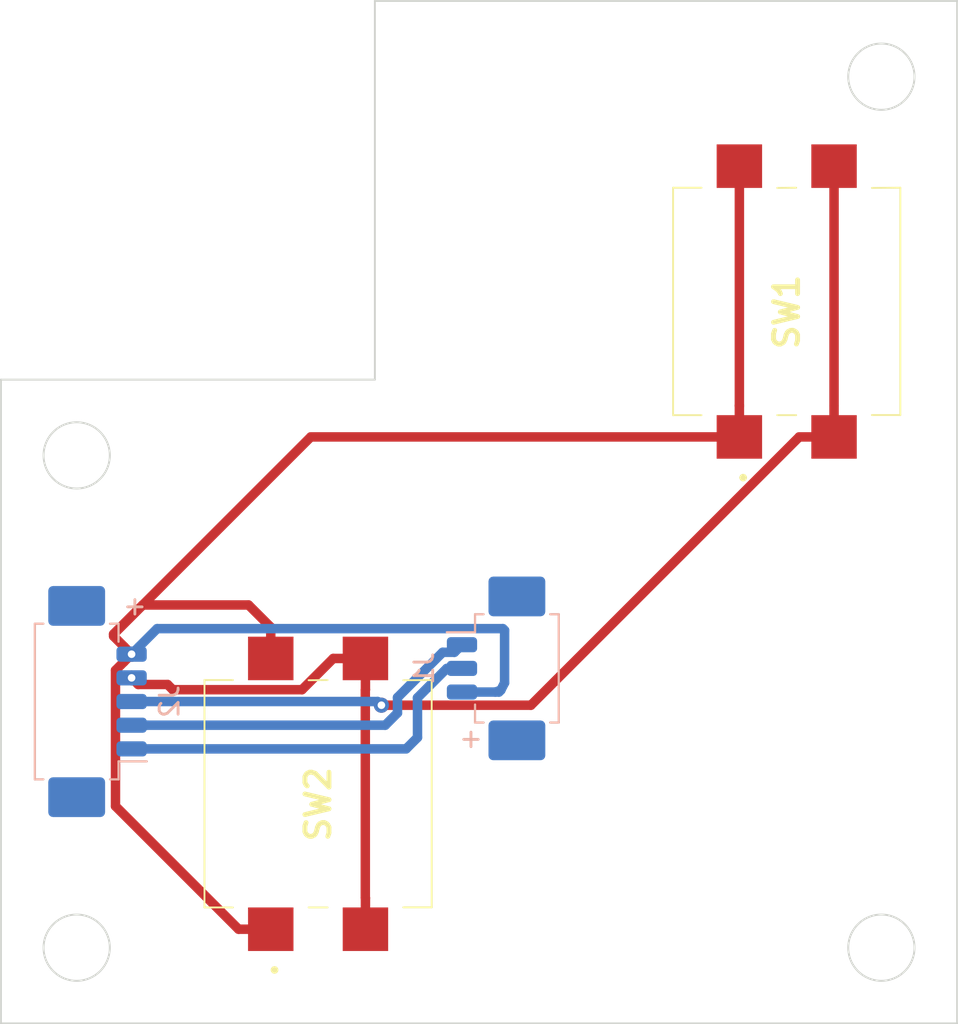
<source format=kicad_pcb>
(kicad_pcb (version 20171130) (host pcbnew "(5.1.5)-3")

  (general
    (thickness 1.6)
    (drawings 518)
    (tracks 58)
    (zones 0)
    (modules 4)
    (nets 6)
  )

  (page A4)
  (layers
    (0 F.Cu signal)
    (31 B.Cu signal)
    (32 B.Adhes user)
    (33 F.Adhes user)
    (34 B.Paste user)
    (35 F.Paste user)
    (36 B.SilkS user)
    (37 F.SilkS user)
    (38 B.Mask user)
    (39 F.Mask user)
    (40 Dwgs.User user hide)
    (41 Cmts.User user hide)
    (42 Eco1.User user)
    (43 Eco2.User user)
    (44 Edge.Cuts user)
    (45 Margin user)
    (46 B.CrtYd user hide)
    (47 F.CrtYd user hide)
    (48 B.Fab user hide)
    (49 F.Fab user hide)
  )

  (setup
    (last_trace_width 0.25)
    (trace_clearance 0.2)
    (zone_clearance 0.508)
    (zone_45_only no)
    (trace_min 0.2)
    (via_size 0.8)
    (via_drill 0.4)
    (via_min_size 0.4)
    (via_min_drill 0.3)
    (uvia_size 0.3)
    (uvia_drill 0.1)
    (uvias_allowed no)
    (uvia_min_size 0.2)
    (uvia_min_drill 0.1)
    (edge_width 0.1)
    (segment_width 0.2)
    (pcb_text_width 0.3)
    (pcb_text_size 1.5 1.5)
    (mod_edge_width 0.15)
    (mod_text_size 1 1)
    (mod_text_width 0.15)
    (pad_size 1.524 1.524)
    (pad_drill 0.762)
    (pad_to_mask_clearance 0)
    (aux_axis_origin 46 89)
    (grid_origin 46 89)
    (visible_elements 7FFFFFFF)
    (pcbplotparams
      (layerselection 0x010fc_ffffffff)
      (usegerberextensions false)
      (usegerberattributes false)
      (usegerberadvancedattributes false)
      (creategerberjobfile false)
      (excludeedgelayer true)
      (linewidth 0.100000)
      (plotframeref false)
      (viasonmask false)
      (mode 1)
      (useauxorigin false)
      (hpglpennumber 1)
      (hpglpenspeed 20)
      (hpglpendiameter 15.000000)
      (psnegative false)
      (psa4output false)
      (plotreference true)
      (plotvalue true)
      (plotinvisibletext false)
      (padsonsilk false)
      (subtractmaskfromsilk false)
      (outputformat 1)
      (mirror false)
      (drillshape 0)
      (scaleselection 1)
      (outputdirectory "../ExportFiles/RightPanel/"))
  )

  (net 0 "")
  (net 1 "Net-(J1-Pad2)")
  (net 2 "Net-(J1-Pad1)")
  (net 3 "Net-(J2-Pad4)")
  (net 4 "Net-(J2-Pad3)")
  (net 5 +3V3)

  (net_class Default "This is the default net class."
    (clearance 0.2)
    (trace_width 0.25)
    (via_dia 0.8)
    (via_drill 0.4)
    (uvia_dia 0.3)
    (uvia_drill 0.1)
    (add_net +3V3)
    (add_net "Net-(J1-Pad1)")
    (add_net "Net-(J1-Pad2)")
    (add_net "Net-(J2-Pad3)")
    (add_net "Net-(J2-Pad4)")
  )

  (module SamacSys_Parts:B3FS4002P (layer F.Cu) (tedit 5E3E8AD5) (tstamp 5E15F6BD)
    (at 87.5 52 270)
    (descr B3FS-4002P)
    (tags Switch)
    (path /5E15D779)
    (attr smd)
    (fp_text reference SW1 (at -0.575 0 90) (layer F.SilkS)
      (effects (font (size 1.27 1.27) (thickness 0.254)))
    )
    (fp_text value SW_SOS (at -0.575 0 90) (layer F.SilkS) hide
      (effects (font (size 1.27 1.27) (thickness 0.254)))
    )
    (fp_arc (start 8.175 2.3) (end 8.175 2.4) (angle 180) (layer F.SilkS) (width 0.2))
    (fp_arc (start 8.175 2.3) (end 8.175 2.2) (angle 180) (layer F.SilkS) (width 0.2))
    (fp_line (start 8.175 2.4) (end 8.175 2.4) (layer F.SilkS) (width 0.2))
    (fp_line (start 8.175 2.2) (end 8.175 2.2) (layer F.SilkS) (width 0.2))
    (fp_line (start 4.875 0.5) (end 4.875 -0.5) (layer F.SilkS) (width 0.1))
    (fp_line (start -7.125 0.5) (end -7.135 -0.5) (layer F.SilkS) (width 0.1))
    (fp_line (start 4.87 -6) (end 4.87 -4.5) (layer F.SilkS) (width 0.1))
    (fp_line (start -7.135 -6) (end 4.87 -6) (layer F.SilkS) (width 0.1))
    (fp_line (start -7.125 -4.5) (end -7.135 -6) (layer F.SilkS) (width 0.1))
    (fp_line (start 4.875 6) (end 4.875 4.5) (layer F.SilkS) (width 0.1))
    (fp_line (start -7.135 6) (end 4.875 6) (layer F.SilkS) (width 0.1))
    (fp_line (start -7.135 4.5) (end -7.135 6) (layer F.SilkS) (width 0.1))
    (fp_line (start -10.425 7) (end -10.425 -7) (layer F.CrtYd) (width 0.1))
    (fp_line (start 9.275 7) (end -10.425 7) (layer F.CrtYd) (width 0.1))
    (fp_line (start 9.275 -7) (end 9.275 7) (layer F.CrtYd) (width 0.1))
    (fp_line (start -10.425 -7) (end 9.275 -7) (layer F.CrtYd) (width 0.1))
    (fp_line (start -7.125 6) (end -7.125 -6) (layer F.Fab) (width 0.2))
    (fp_line (start 4.875 6) (end -7.125 6) (layer F.Fab) (width 0.2))
    (fp_line (start 4.875 -6) (end 4.875 6) (layer F.Fab) (width 0.2))
    (fp_line (start -7.125 -6) (end 4.875 -6) (layer F.Fab) (width 0.2))
    (fp_text user %R (at -0.575 0 90) (layer F.Fab)
      (effects (font (size 1.27 1.27) (thickness 0.254)))
    )
    (pad 2 smd rect (at -8.275 -2.5 270) (size 2.3 2.4) (layers F.Cu F.Paste F.Mask)
      (net 4 "Net-(J2-Pad3)"))
    (pad 2 smd rect (at 6.025 -2.5 270) (size 2.3 2.4) (layers F.Cu F.Paste F.Mask)
      (net 4 "Net-(J2-Pad3)"))
    (pad 1 smd rect (at -8.275 2.5 270) (size 2.3 2.4) (layers F.Cu F.Paste F.Mask)
      (net 5 +3V3))
    (pad 1 smd rect (at 6.025 2.5 270) (size 2.3 2.4) (layers F.Cu F.Paste F.Mask)
      (net 5 +3V3))
    (model ${SamacSys_Parts_3D}/B3FS-4002P.stp
      (offset (xyz -1 0 0))
      (scale (xyz 1 1 1))
      (rotate (xyz -90 0 0))
    )
  )

  (module SamacSys_Parts:B3FS4002P (layer F.Cu) (tedit 5E3E8AD5) (tstamp 5E15F8D7)
    (at 62.75 78 270)
    (descr B3FS-4002P)
    (tags Switch)
    (path /5E15DB1E)
    (attr smd)
    (fp_text reference SW2 (at -0.575 0 90) (layer F.SilkS)
      (effects (font (size 1.27 1.27) (thickness 0.254)))
    )
    (fp_text value SW_VoiceAssistant (at -0.575 0 90) (layer F.SilkS) hide
      (effects (font (size 1.27 1.27) (thickness 0.254)))
    )
    (fp_arc (start 8.175 2.3) (end 8.175 2.4) (angle 180) (layer F.SilkS) (width 0.2))
    (fp_arc (start 8.175 2.3) (end 8.175 2.2) (angle 180) (layer F.SilkS) (width 0.2))
    (fp_line (start 8.175 2.4) (end 8.175 2.4) (layer F.SilkS) (width 0.2))
    (fp_line (start 8.175 2.2) (end 8.175 2.2) (layer F.SilkS) (width 0.2))
    (fp_line (start 4.875 0.5) (end 4.875 -0.5) (layer F.SilkS) (width 0.1))
    (fp_line (start -7.125 0.5) (end -7.135 -0.5) (layer F.SilkS) (width 0.1))
    (fp_line (start 4.87 -6) (end 4.87 -4.5) (layer F.SilkS) (width 0.1))
    (fp_line (start -7.135 -6) (end 4.87 -6) (layer F.SilkS) (width 0.1))
    (fp_line (start -7.125 -4.5) (end -7.135 -6) (layer F.SilkS) (width 0.1))
    (fp_line (start 4.875 6) (end 4.875 4.5) (layer F.SilkS) (width 0.1))
    (fp_line (start -7.135 6) (end 4.875 6) (layer F.SilkS) (width 0.1))
    (fp_line (start -7.135 4.5) (end -7.135 6) (layer F.SilkS) (width 0.1))
    (fp_line (start -10.425 7) (end -10.425 -7) (layer F.CrtYd) (width 0.1))
    (fp_line (start 9.275 7) (end -10.425 7) (layer F.CrtYd) (width 0.1))
    (fp_line (start 9.275 -7) (end 9.275 7) (layer F.CrtYd) (width 0.1))
    (fp_line (start -10.425 -7) (end 9.275 -7) (layer F.CrtYd) (width 0.1))
    (fp_line (start -7.125 6) (end -7.125 -6) (layer F.Fab) (width 0.2))
    (fp_line (start 4.875 6) (end -7.125 6) (layer F.Fab) (width 0.2))
    (fp_line (start 4.875 -6) (end 4.875 6) (layer F.Fab) (width 0.2))
    (fp_line (start -7.125 -6) (end 4.875 -6) (layer F.Fab) (width 0.2))
    (fp_text user %R (at -0.575 0 90) (layer F.Fab)
      (effects (font (size 1.27 1.27) (thickness 0.254)))
    )
    (pad 2 smd rect (at -8.275 -2.5 270) (size 2.3 2.4) (layers F.Cu F.Paste F.Mask)
      (net 3 "Net-(J2-Pad4)"))
    (pad 2 smd rect (at 6.025 -2.5 270) (size 2.3 2.4) (layers F.Cu F.Paste F.Mask)
      (net 3 "Net-(J2-Pad4)"))
    (pad 1 smd rect (at -8.275 2.5 270) (size 2.3 2.4) (layers F.Cu F.Paste F.Mask)
      (net 5 +3V3))
    (pad 1 smd rect (at 6.025 2.5 270) (size 2.3 2.4) (layers F.Cu F.Paste F.Mask)
      (net 5 +3V3))
    (model ${SamacSys_Parts_3D}/B3FS-4002P.stp
      (offset (xyz -1 0 0))
      (scale (xyz 1 1 1))
      (rotate (xyz -90 0 0))
    )
  )

  (module Connector_Molex:Molex_PicoBlade_53261-0371_1x03-1MP_P1.25mm_Horizontal (layer B.Cu) (tedit 5B78AD89) (tstamp 5E739342)
    (at 72.75 70.25 270)
    (descr "Molex PicoBlade series connector, 53261-0371 (http://www.molex.com/pdm_docs/sd/532610271_sd.pdf), generated with kicad-footprint-generator")
    (tags "connector Molex PicoBlade top entry")
    (path /5E162830)
    (attr smd)
    (fp_text reference J1 (at 0 4.4 90) (layer B.SilkS)
      (effects (font (size 1 1) (thickness 0.15)) (justify mirror))
    )
    (fp_text value To_RightSidePanel (at 0 -3.8 90) (layer B.Fab)
      (effects (font (size 1 1) (thickness 0.15)) (justify mirror))
    )
    (fp_line (start -2.75 1.6) (end 2.75 1.6) (layer B.Fab) (width 0.1))
    (fp_line (start -2.86 1.26) (end -2.86 1.71) (layer B.SilkS) (width 0.12))
    (fp_line (start -2.86 1.71) (end -1.91 1.71) (layer B.SilkS) (width 0.12))
    (fp_line (start -1.91 1.71) (end -1.91 3.2) (layer B.SilkS) (width 0.12))
    (fp_line (start 2.86 1.26) (end 2.86 1.71) (layer B.SilkS) (width 0.12))
    (fp_line (start 2.86 1.71) (end 1.91 1.71) (layer B.SilkS) (width 0.12))
    (fp_line (start -2.86 -2.26) (end -2.86 -2.71) (layer B.SilkS) (width 0.12))
    (fp_line (start -2.86 -2.71) (end 2.86 -2.71) (layer B.SilkS) (width 0.12))
    (fp_line (start 2.86 -2.71) (end 2.86 -2.26) (layer B.SilkS) (width 0.12))
    (fp_line (start -2.75 -2.6) (end 2.75 -2.6) (layer B.Fab) (width 0.1))
    (fp_line (start -2.75 1.6) (end -2.75 -2.6) (layer B.Fab) (width 0.1))
    (fp_line (start 2.75 1.6) (end 2.75 -2.6) (layer B.Fab) (width 0.1))
    (fp_line (start -2.75 0.6) (end -4.25 0.6) (layer B.Fab) (width 0.1))
    (fp_line (start -4.25 0.6) (end -4.45 0.4) (layer B.Fab) (width 0.1))
    (fp_line (start -4.45 0.4) (end -4.45 -1.4) (layer B.Fab) (width 0.1))
    (fp_line (start -4.45 -1.4) (end -4.25 -1.6) (layer B.Fab) (width 0.1))
    (fp_line (start -4.25 -1.6) (end -4.25 -2.2) (layer B.Fab) (width 0.1))
    (fp_line (start -4.25 -2.2) (end -2.75 -2.2) (layer B.Fab) (width 0.1))
    (fp_line (start 2.75 0.6) (end 4.25 0.6) (layer B.Fab) (width 0.1))
    (fp_line (start 4.25 0.6) (end 4.45 0.4) (layer B.Fab) (width 0.1))
    (fp_line (start 4.45 0.4) (end 4.45 -1.4) (layer B.Fab) (width 0.1))
    (fp_line (start 4.45 -1.4) (end 4.25 -1.6) (layer B.Fab) (width 0.1))
    (fp_line (start 4.25 -1.6) (end 4.25 -2.2) (layer B.Fab) (width 0.1))
    (fp_line (start 4.25 -2.2) (end 2.75 -2.2) (layer B.Fab) (width 0.1))
    (fp_line (start -5.35 3.7) (end -5.35 -3.1) (layer B.CrtYd) (width 0.05))
    (fp_line (start -5.35 -3.1) (end 5.35 -3.1) (layer B.CrtYd) (width 0.05))
    (fp_line (start 5.35 -3.1) (end 5.35 3.7) (layer B.CrtYd) (width 0.05))
    (fp_line (start 5.35 3.7) (end -5.35 3.7) (layer B.CrtYd) (width 0.05))
    (fp_line (start -1.75 1.6) (end -1.25 0.892893) (layer B.Fab) (width 0.1))
    (fp_line (start -1.25 0.892893) (end -0.75 1.6) (layer B.Fab) (width 0.1))
    (fp_text user %R (at 0 -1.9 90) (layer B.Fab)
      (effects (font (size 1 1) (thickness 0.15)) (justify mirror))
    )
    (pad 1 smd roundrect (at -1.25 2.4 270) (size 0.8 1.6) (layers B.Cu B.Paste B.Mask) (roundrect_rratio 0.25)
      (net 2 "Net-(J1-Pad1)"))
    (pad 2 smd roundrect (at 0 2.4 270) (size 0.8 1.6) (layers B.Cu B.Paste B.Mask) (roundrect_rratio 0.25)
      (net 1 "Net-(J1-Pad2)"))
    (pad 3 smd roundrect (at 1.25 2.4 270) (size 0.8 1.6) (layers B.Cu B.Paste B.Mask) (roundrect_rratio 0.25)
      (net 5 +3V3))
    (pad MP smd roundrect (at -3.8 -0.5 270) (size 2.1 3) (layers B.Cu B.Paste B.Mask) (roundrect_rratio 0.119048))
    (pad MP smd roundrect (at 3.8 -0.5 270) (size 2.1 3) (layers B.Cu B.Paste B.Mask) (roundrect_rratio 0.119048))
    (model ${KISYS3DMOD}/Connector_Molex.3dshapes/Molex_PicoBlade_53261-0371_1x03-1MP_P1.25mm_Horizontal.wrl
      (at (xyz 0 0 0))
      (scale (xyz 1 1 1))
      (rotate (xyz 0 0 0))
    )
  )

  (module Connector_Molex:Molex_PicoBlade_53261-0571_1x05-1MP_P1.25mm_Horizontal (layer B.Cu) (tedit 5B78AD89) (tstamp 5E739369)
    (at 50.5 72 90)
    (descr "Molex PicoBlade series connector, 53261-0571 (http://www.molex.com/pdm_docs/sd/532610271_sd.pdf), generated with kicad-footprint-generator")
    (tags "connector Molex PicoBlade top entry")
    (path /5E15E4A2)
    (attr smd)
    (fp_text reference J2 (at 0 4.4 90) (layer B.SilkS)
      (effects (font (size 1 1) (thickness 0.15)) (justify mirror))
    )
    (fp_text value To_MainPanel (at 0 -3.8 90) (layer B.Fab)
      (effects (font (size 1 1) (thickness 0.15)) (justify mirror))
    )
    (fp_line (start -4 1.6) (end 4 1.6) (layer B.Fab) (width 0.1))
    (fp_line (start -4.11 1.26) (end -4.11 1.71) (layer B.SilkS) (width 0.12))
    (fp_line (start -4.11 1.71) (end -3.16 1.71) (layer B.SilkS) (width 0.12))
    (fp_line (start -3.16 1.71) (end -3.16 3.2) (layer B.SilkS) (width 0.12))
    (fp_line (start 4.11 1.26) (end 4.11 1.71) (layer B.SilkS) (width 0.12))
    (fp_line (start 4.11 1.71) (end 3.16 1.71) (layer B.SilkS) (width 0.12))
    (fp_line (start -4.11 -2.26) (end -4.11 -2.71) (layer B.SilkS) (width 0.12))
    (fp_line (start -4.11 -2.71) (end 4.11 -2.71) (layer B.SilkS) (width 0.12))
    (fp_line (start 4.11 -2.71) (end 4.11 -2.26) (layer B.SilkS) (width 0.12))
    (fp_line (start -4 -2.6) (end 4 -2.6) (layer B.Fab) (width 0.1))
    (fp_line (start -4 1.6) (end -4 -2.6) (layer B.Fab) (width 0.1))
    (fp_line (start 4 1.6) (end 4 -2.6) (layer B.Fab) (width 0.1))
    (fp_line (start -4 0.6) (end -5.5 0.6) (layer B.Fab) (width 0.1))
    (fp_line (start -5.5 0.6) (end -5.7 0.4) (layer B.Fab) (width 0.1))
    (fp_line (start -5.7 0.4) (end -5.7 -1.4) (layer B.Fab) (width 0.1))
    (fp_line (start -5.7 -1.4) (end -5.5 -1.6) (layer B.Fab) (width 0.1))
    (fp_line (start -5.5 -1.6) (end -5.5 -2.2) (layer B.Fab) (width 0.1))
    (fp_line (start -5.5 -2.2) (end -4 -2.2) (layer B.Fab) (width 0.1))
    (fp_line (start 4 0.6) (end 5.5 0.6) (layer B.Fab) (width 0.1))
    (fp_line (start 5.5 0.6) (end 5.7 0.4) (layer B.Fab) (width 0.1))
    (fp_line (start 5.7 0.4) (end 5.7 -1.4) (layer B.Fab) (width 0.1))
    (fp_line (start 5.7 -1.4) (end 5.5 -1.6) (layer B.Fab) (width 0.1))
    (fp_line (start 5.5 -1.6) (end 5.5 -2.2) (layer B.Fab) (width 0.1))
    (fp_line (start 5.5 -2.2) (end 4 -2.2) (layer B.Fab) (width 0.1))
    (fp_line (start -6.6 3.7) (end -6.6 -3.1) (layer B.CrtYd) (width 0.05))
    (fp_line (start -6.6 -3.1) (end 6.6 -3.1) (layer B.CrtYd) (width 0.05))
    (fp_line (start 6.6 -3.1) (end 6.6 3.7) (layer B.CrtYd) (width 0.05))
    (fp_line (start 6.6 3.7) (end -6.6 3.7) (layer B.CrtYd) (width 0.05))
    (fp_line (start -3 1.6) (end -2.5 0.892893) (layer B.Fab) (width 0.1))
    (fp_line (start -2.5 0.892893) (end -2 1.6) (layer B.Fab) (width 0.1))
    (fp_text user %R (at 0 -1.9 90) (layer B.Fab)
      (effects (font (size 1 1) (thickness 0.15)) (justify mirror))
    )
    (pad 1 smd roundrect (at -2.5 2.4 90) (size 0.8 1.6) (layers B.Cu B.Paste B.Mask) (roundrect_rratio 0.25)
      (net 1 "Net-(J1-Pad2)"))
    (pad 2 smd roundrect (at -1.25 2.4 90) (size 0.8 1.6) (layers B.Cu B.Paste B.Mask) (roundrect_rratio 0.25)
      (net 2 "Net-(J1-Pad1)"))
    (pad 3 smd roundrect (at 0 2.4 90) (size 0.8 1.6) (layers B.Cu B.Paste B.Mask) (roundrect_rratio 0.25)
      (net 4 "Net-(J2-Pad3)"))
    (pad 4 smd roundrect (at 1.25 2.4 90) (size 0.8 1.6) (layers B.Cu B.Paste B.Mask) (roundrect_rratio 0.25)
      (net 3 "Net-(J2-Pad4)"))
    (pad 5 smd roundrect (at 2.5 2.4 90) (size 0.8 1.6) (layers B.Cu B.Paste B.Mask) (roundrect_rratio 0.25)
      (net 5 +3V3))
    (pad MP smd roundrect (at -5.05 -0.5 90) (size 2.1 3) (layers B.Cu B.Paste B.Mask) (roundrect_rratio 0.119048))
    (pad MP smd roundrect (at 5.05 -0.5 90) (size 2.1 3) (layers B.Cu B.Paste B.Mask) (roundrect_rratio 0.119048))
    (model ${KISYS3DMOD}/Connector_Molex.3dshapes/Molex_PicoBlade_53261-0571_1x05-1MP_P1.25mm_Horizontal.wrl
      (at (xyz 0 0 0))
      (scale (xyz 1 1 1))
      (rotate (xyz 0 0 0))
    )
  )

  (gr_text + (at 70.75 74 90) (layer B.SilkS)
    (effects (font (size 1 1) (thickness 0.15)) (justify mirror))
  )
  (gr_text + (at 53 67 90) (layer B.SilkS)
    (effects (font (size 1 1) (thickness 0.15)) (justify mirror))
  )
  (gr_circle (center 92.5 39) (end 92.5 37.25) (layer Edge.Cuts) (width 0.1))
  (gr_circle (center 50 59) (end 48.25 59) (layer Edge.Cuts) (width 0.1))
  (gr_circle (center 50 85) (end 48.25 85) (layer Edge.Cuts) (width 0.1))
  (gr_circle (center 92.5 85) (end 90.75 85) (layer Edge.Cuts) (width 0.1))
  (dimension 4 (width 0.15) (layer Dwgs.User)
    (gr_text "4.000 mm" (at 86.95 87 90) (layer Dwgs.User)
      (effects (font (size 1 1) (thickness 0.15)))
    )
    (feature1 (pts (xy 96.5 85) (xy 87.663579 85)))
    (feature2 (pts (xy 96.5 89) (xy 87.663579 89)))
    (crossbar (pts (xy 88.25 89) (xy 88.25 85)))
    (arrow1a (pts (xy 88.25 85) (xy 88.836421 86.126504)))
    (arrow1b (pts (xy 88.25 85) (xy 87.663579 86.126504)))
    (arrow2a (pts (xy 88.25 89) (xy 88.836421 87.873496)))
    (arrow2b (pts (xy 88.25 89) (xy 87.663579 87.873496)))
  )
  (dimension 4 (width 0.15) (layer Dwgs.User)
    (gr_text "4.000 mm" (at 94.5 78.95) (layer Dwgs.User)
      (effects (font (size 1 1) (thickness 0.15)))
    )
    (feature1 (pts (xy 92.5 89) (xy 92.5 79.663579)))
    (feature2 (pts (xy 96.5 89) (xy 96.5 79.663579)))
    (crossbar (pts (xy 96.5 80.25) (xy 92.5 80.25)))
    (arrow1a (pts (xy 92.5 80.25) (xy 93.626504 79.663579)))
    (arrow1b (pts (xy 92.5 80.25) (xy 93.626504 80.836421)))
    (arrow2a (pts (xy 96.5 80.25) (xy 95.373496 79.663579)))
    (arrow2b (pts (xy 96.5 80.25) (xy 95.373496 80.836421)))
  )
  (dimension 4 (width 0.15) (layer Dwgs.User)
    (gr_text "4.000 mm" (at 48 80.95) (layer Dwgs.User)
      (effects (font (size 1 1) (thickness 0.15)))
    )
    (feature1 (pts (xy 50 89) (xy 50 81.663579)))
    (feature2 (pts (xy 46 89) (xy 46 81.663579)))
    (crossbar (pts (xy 46 82.25) (xy 50 82.25)))
    (arrow1a (pts (xy 50 82.25) (xy 48.873496 82.836421)))
    (arrow1b (pts (xy 50 82.25) (xy 48.873496 81.663579)))
    (arrow2a (pts (xy 46 82.25) (xy 47.126504 82.836421)))
    (arrow2b (pts (xy 46 82.25) (xy 47.126504 81.663579)))
  )
  (dimension 4 (width 0.15) (layer Dwgs.User)
    (gr_text "4.000 mm" (at 55.8 87 90) (layer Dwgs.User)
      (effects (font (size 1 1) (thickness 0.15)))
    )
    (feature1 (pts (xy 46 85) (xy 55.086421 85)))
    (feature2 (pts (xy 46 89) (xy 55.086421 89)))
    (crossbar (pts (xy 54.5 89) (xy 54.5 85)))
    (arrow1a (pts (xy 54.5 85) (xy 55.086421 86.126504)))
    (arrow1b (pts (xy 54.5 85) (xy 53.913579 86.126504)))
    (arrow2a (pts (xy 54.5 89) (xy 55.086421 87.873496)))
    (arrow2b (pts (xy 54.5 89) (xy 53.913579 87.873496)))
  )
  (dimension 4 (width 0.15) (layer Dwgs.User)
    (gr_text "4.000 mm" (at 48 64.05) (layer Dwgs.User)
      (effects (font (size 1 1) (thickness 0.15)))
    )
    (feature1 (pts (xy 50 55) (xy 50 63.336421)))
    (feature2 (pts (xy 46 55) (xy 46 63.336421)))
    (crossbar (pts (xy 46 62.75) (xy 50 62.75)))
    (arrow1a (pts (xy 50 62.75) (xy 48.873496 63.336421)))
    (arrow1b (pts (xy 50 62.75) (xy 48.873496 62.163579)))
    (arrow2a (pts (xy 46 62.75) (xy 47.126504 63.336421)))
    (arrow2b (pts (xy 46 62.75) (xy 47.126504 62.163579)))
  )
  (dimension 4 (width 0.15) (layer Dwgs.User)
    (gr_text "4.000 mm" (at 57.55 57 90) (layer Dwgs.User)
      (effects (font (size 1 1) (thickness 0.15)))
    )
    (feature1 (pts (xy 46 59) (xy 56.836421 59)))
    (feature2 (pts (xy 46 55) (xy 56.836421 55)))
    (crossbar (pts (xy 56.25 55) (xy 56.25 59)))
    (arrow1a (pts (xy 56.25 59) (xy 55.663579 57.873496)))
    (arrow1b (pts (xy 56.25 59) (xy 56.836421 57.873496)))
    (arrow2a (pts (xy 56.25 55) (xy 55.663579 56.126504)))
    (arrow2b (pts (xy 56.25 55) (xy 56.836421 56.126504)))
  )
  (dimension 4 (width 0.15) (layer Dwgs.User)
    (gr_text "4.000 mm" (at 82.95 37 90) (layer Dwgs.User)
      (effects (font (size 1 1) (thickness 0.15)))
    )
    (feature1 (pts (xy 96.5 39) (xy 83.663579 39)))
    (feature2 (pts (xy 96.5 35) (xy 83.663579 35)))
    (crossbar (pts (xy 84.25 35) (xy 84.25 39)))
    (arrow1a (pts (xy 84.25 39) (xy 83.663579 37.873496)))
    (arrow1b (pts (xy 84.25 39) (xy 84.836421 37.873496)))
    (arrow2a (pts (xy 84.25 35) (xy 83.663579 36.126504)))
    (arrow2b (pts (xy 84.25 35) (xy 84.836421 36.126504)))
  )
  (dimension 4 (width 0.15) (layer Dwgs.User)
    (gr_text "4.000 mm" (at 94.5 44.55) (layer Dwgs.User)
      (effects (font (size 1 1) (thickness 0.15)))
    )
    (feature1 (pts (xy 96.5 35) (xy 96.5 43.836421)))
    (feature2 (pts (xy 92.5 35) (xy 92.5 43.836421)))
    (crossbar (pts (xy 92.5 43.25) (xy 96.5 43.25)))
    (arrow1a (pts (xy 96.5 43.25) (xy 95.373496 43.836421)))
    (arrow1b (pts (xy 96.5 43.25) (xy 95.373496 42.663579)))
    (arrow2a (pts (xy 92.5 43.25) (xy 93.626504 43.836421)))
    (arrow2b (pts (xy 92.5 43.25) (xy 93.626504 42.663579)))
  )
  (gr_line (start 96.5 89) (end 96.5 35) (layer Edge.Cuts) (width 0.1) (tstamp 5E15F324))
  (gr_line (start 46 89) (end 96.5 89) (layer Edge.Cuts) (width 0.1))
  (gr_line (start 46 55) (end 46 89) (layer Edge.Cuts) (width 0.1))
  (gr_line (start 65.75 55) (end 46 55) (layer Edge.Cuts) (width 0.1))
  (gr_line (start 65.75 35) (end 65.75 55) (layer Edge.Cuts) (width 0.1))
  (gr_line (start 96.5 35) (end 65.75 35) (layer Edge.Cuts) (width 0.1))
  (gr_text WEIGHT: (at 52.906906 168.395291) (layer Cmts.User)
    (effects (font (size 3 2.7) (thickness 0.375)) (justify right top))
  )
  (gr_text 31393-400-ID01 (at 33.692111 224.654666 3e-06) (layer Cmts.User)
    (effects (font (size 2.116666 1.905) (thickness 0.264583)) (justify top))
  )
  (gr_text FRONT (at 91.461428 -26.791865) (layer Cmts.User)
    (effects (font (size 3 2.7) (thickness 0.375)) (justify right top))
  )
  (gr_text [gr] (at 92.270634 169.021661 3e-06) (layer Cmts.User)
    (effects (font (size 2 1.8) (thickness 0.25)) (justify left top))
  )
  (gr_text DRAWN (at 103.777952 185.399999 3e-06) (layer Cmts.User)
    (effects (font (size 1.5875 1.42875) (thickness 0.198437)) (justify left top))
  )
  (gr_text MATERIAL (at 103.859289 207.07944 3e-06) (layer Cmts.User)
    (effects (font (size 2 1.8) (thickness 0.25)) (justify left top))
  )
  (gr_text - (at 139.122968 191.784959) (layer Cmts.User)
    (effects (font (size 2.38125 2.143125) (thickness 0.297656)) (justify top))
  )
  (gr_text "SURFACE ROUGHNESS/TEXTURE" (at 151.537425 207.10331 3e-06) (layer Cmts.User)
    (effects (font (size 1.5 1.35) (thickness 0.1875)) (justify left top))
  )
  (gr_text BACK (at 91.507262 74.606634) (layer Cmts.User)
    (effects (font (size 3 2.7) (thickness 0.375)) (justify right top))
  )
  (gr_text ISO (at -16.723027 231.299493) (layer Cmts.User)
    (effects (font (size 2.116666 1.905) (thickness 0.264583)) (justify top))
  )
  (gr_text "31393-400-ID01   -   25/12/2019" (at 113.053595 -46.917418) (layer Cmts.User)
    (effects (font (size 3 2.7) (thickness 0.375)) (justify right top))
  )
  (gr_text "2D FILE NAME:" (at 4.929485 224.814985 3e-06) (layer Cmts.User)
    (effects (font (size 2 1.8) (thickness 0.25)) (justify left top))
  )
  (gr_text STANDARDS (at -16.356469 234.416158) (layer Cmts.User)
    (effects (font (size 2.116666 1.905) (thickness 0.264583)) (justify top))
  )
  (gr_text A4 (at 58.687297 217.25) (layer Cmts.User)
    (effects (font (size 2.5 2.25) (thickness 0.3125)) (justify left top))
  )
  (gr_text QA (at 103.739166 192.125372 3e-06) (layer Cmts.User)
    (effects (font (size 1.5875 1.42875) (thickness 0.198437)) (justify left top))
  )
  (gr_text "3D FILE NAME:" (at 76.009434 224.727206 3e-06) (layer Cmts.User)
    (effects (font (size 2 1.8) (thickness 0.25)) (justify left top))
  )
  (gr_text "do not edit" (at 41.523645 -29.492292) (layer Cmts.User)
    (effects (font (size 3 2.7) (thickness 0.375)) (justify right top))
  )
  (gr_text [Millimeter][gram][second] (at 2.901348 210.720973 3e-06) (layer Cmts.User)
    (effects (font (size 2 1.8) (thickness 0.25)) (justify left top))
  )
  (gr_text "DRAW. NO." (at 37.071121 196.760815 3e-06) (layer Cmts.User)
    (effects (font (size 2 1.8) (thickness 0.25)) (justify left top))
  )
  (gr_text "DRAWING UNITS:" (at 13.654973 206.719145) (layer Cmts.User)
    (effects (font (size 2.116666 1.905) (thickness 0.264583)) (justify top))
  )
  (gr_text "PAPER SIZE:" (at 38.431321 217.042635 3e-06) (layer Cmts.User)
    (effects (font (size 2.5 2.25) (thickness 0.3125)) (justify left top))
  )
  (gr_text "PART NAME" (at 36.955848 184.525083 3e-06) (layer Cmts.User)
    (effects (font (size 2 1.8) (thickness 0.25)) (justify left top))
  )
  (gr_text SCALE (at 4.590013 216.699015 3e-06) (layer Cmts.User)
    (effects (font (size 3 2.7) (thickness 0.375)) (justify left top))
  )
  (gr_text 1:1 (at 24.426163 216.590726 3e-06) (layer Cmts.User)
    (effects (font (size 3 2.7) (thickness 0.375)) (justify left top))
  )
  (gr_text "3D REV:" (at 162.710287 224.825642 3e-06) (layer Cmts.User)
    (effects (font (size 2 1.8) (thickness 0.25)) (justify left top))
  )
  (gr_text "PART NO." (at 37.029038 206.770184 3e-06) (layer Cmts.User)
    (effects (font (size 2 1.8) (thickness 0.25)) (justify left top))
  )
  (gr_text 31393-400-ID01 (at 113.999792 224.746433 3e-06) (layer Cmts.User)
    (effects (font (size 2.116666 1.905) (thickness 0.264583)) (justify top))
  )
  (gr_text - (at 117.456384 191.784959) (layer Cmts.User)
    (effects (font (size 2.38125 2.143125) (thickness 0.297656)) (justify top))
  )
  (gr_curve (pts (xy 140.140183 42.483475) (xy 140.009224 42.483475) (xy 139.878398 42.457441) (xy 139.7575 42.407355)) (layer Cmts.User) (width 0.1))
  (gr_curve (pts (xy 140.522867 42.407355) (xy 140.402236 42.457441) (xy 140.271143 42.483475) (xy 140.140183 42.483475)) (layer Cmts.User) (width 0.1))
  (gr_curve (pts (xy 140.84729 42.190582) (xy 140.753663 42.28313) (xy 140.643497 42.357269) (xy 140.522867 42.407355)) (layer Cmts.User) (width 0.1))
  (gr_curve (pts (xy 139.433076 48.776369) (xy 139.525629 48.683821) (xy 139.636601 48.609682) (xy 139.7575 48.559596)) (layer Cmts.User) (width 0.1))
  (gr_curve (pts (xy 141.140183 41.483475) (xy 141.125152 41.614358) (xy 141.110122 41.74524) (xy 141.064063 41.866159)) (layer Cmts.User) (width 0.1))
  (gr_curve (pts (xy 139.7575 48.559596) (xy 139.878398 48.50951) (xy 140.009224 48.483475) (xy 140.140183 48.483475)) (layer Cmts.User) (width 0.1))
  (gr_curve (pts (xy 139.216304 49.866159) (xy 139.166219 49.74524) (xy 139.140183 49.614358) (xy 139.140183 49.483475)) (layer Cmts.User) (width 0.1))
  (gr_curve (pts (xy 139.433076 50.190582) (xy 139.340523 50.098035) (xy 139.266389 49.987078) (xy 139.216304 49.866159)) (layer Cmts.User) (width 0.1))
  (gr_curve (pts (xy 139.216304 49.100792) (xy 139.266389 48.979873) (xy 139.340523 48.868916) (xy 139.433076 48.776369)) (layer Cmts.User) (width 0.1))
  (gr_curve (pts (xy 139.216304 41.866159) (xy 139.166219 41.74524) (xy 139.140183 41.614358) (xy 139.140183 41.483475)) (layer Cmts.User) (width 0.1))
  (gr_curve (pts (xy 139.140183 41.483475) (xy 139.140183 41.352593) (xy 139.166219 41.221711) (xy 139.216304 41.100792)) (layer Cmts.User) (width 0.1))
  (gr_curve (pts (xy 139.433076 42.190582) (xy 139.340523 42.098035) (xy 139.266389 41.987078) (xy 139.216304 41.866159)) (layer Cmts.User) (width 0.1))
  (gr_curve (pts (xy 140.522867 48.559596) (xy 140.643497 48.609682) (xy 140.753663 48.683821) (xy 140.84729 48.776369)) (layer Cmts.User) (width 0.1))
  (gr_curve (pts (xy 139.7575 50.407355) (xy 139.636601 50.357269) (xy 139.525629 50.28313) (xy 139.433076 50.190582)) (layer Cmts.User) (width 0.1))
  (gr_curve (pts (xy 139.7575 42.407355) (xy 139.636601 42.357269) (xy 139.525629 42.28313) (xy 139.433076 42.190582)) (layer Cmts.User) (width 0.1))
  (gr_curve (pts (xy 141.064063 49.100792) (xy 141.110122 49.221711) (xy 141.125152 49.352593) (xy 141.140183 49.483475)) (layer Cmts.User) (width 0.1))
  (gr_curve (pts (xy 141.064063 41.866159) (xy 141.018004 41.987078) (xy 140.940917 42.098035) (xy 140.84729 42.190582)) (layer Cmts.User) (width 0.1))
  (gr_curve (pts (xy 139.140183 49.483475) (xy 139.140183 49.352593) (xy 139.166219 49.221711) (xy 139.216304 49.100792)) (layer Cmts.User) (width 0.1))
  (gr_curve (pts (xy 140.140183 50.483475) (xy 140.009224 50.483475) (xy 139.878398 50.457441) (xy 139.7575 50.407355)) (layer Cmts.User) (width 0.1))
  (gr_curve (pts (xy 139.433076 40.776369) (xy 139.525629 40.683821) (xy 139.636601 40.609682) (xy 139.7575 40.559596)) (layer Cmts.User) (width 0.1))
  (gr_curve (pts (xy 139.216304 41.100792) (xy 139.266389 40.979873) (xy 139.340523 40.868916) (xy 139.433076 40.776369)) (layer Cmts.User) (width 0.1))
  (gr_curve (pts (xy 140.140183 48.483475) (xy 140.271143 48.483475) (xy 140.402236 48.50951) (xy 140.522867 48.559596)) (layer Cmts.User) (width 0.1))
  (gr_curve (pts (xy 140.84729 48.776369) (xy 140.940917 48.868916) (xy 141.018004 48.979873) (xy 141.064063 49.100792)) (layer Cmts.User) (width 0.1))
  (gr_curve (pts (xy 147.0919 47.45575) (xy 146.962816 47.648919) (xy 146.814705 47.829344) (xy 146.650412 47.993705)) (layer Cmts.User) (width 0.1))
  (gr_curve (pts (xy 142.781657 42.203703) (xy 142.996316 42.114789) (xy 143.219732 42.047016) (xy 143.447612 42.001688)) (layer Cmts.User) (width 0.1))
  (gr_curve (pts (xy 147.621971 44.790905) (xy 147.667299 45.018785) (xy 147.690183 45.25113) (xy 147.690183 45.483475)) (layer Cmts.User) (width 0.1))
  (gr_curve (pts (xy 143.447612 42.001688) (xy 143.675493 41.956359) (xy 143.907838 41.933475) (xy 144.140183 41.933475)) (layer Cmts.User) (width 0.1))
  (gr_curve (pts (xy 146.112457 48.435193) (xy 145.91927 48.564022) (xy 145.713368 48.673385) (xy 145.498709 48.763248)) (layer Cmts.User) (width 0.1))
  (gr_curve (pts (xy 145.498709 42.203703) (xy 145.713368 42.292618) (xy 145.91927 42.402674) (xy 146.112457 42.531758)) (layer Cmts.User) (width 0.1))
  (gr_curve (pts (xy 144.140183 41.933475) (xy 144.372528 41.933475) (xy 144.604873 41.956359) (xy 144.832754 42.001688)) (layer Cmts.User) (width 0.1))
  (gr_curve (pts (xy 147.621971 46.176046) (xy 147.576643 46.403925) (xy 147.50887 46.627338) (xy 147.419955 46.842002)) (layer Cmts.User) (width 0.1))
  (gr_curve (pts (xy 146.650412 42.973246) (xy 146.814705 43.137539) (xy 146.962816 43.318013) (xy 147.0919 43.511201)) (layer Cmts.User) (width 0.1))
  (gr_curve (pts (xy 140.522867 50.407355) (xy 140.402236 50.457441) (xy 140.271143 50.483475) (xy 140.140183 50.483475)) (layer Cmts.User) (width 0.1))
  (gr_curve (pts (xy 146.112457 42.531758) (xy 146.305645 42.660842) (xy 146.486119 42.808954) (xy 146.650412 42.973246)) (layer Cmts.User) (width 0.1))
  (gr_curve (pts (xy 141.140183 49.483475) (xy 141.125152 49.614358) (xy 141.110122 49.74524) (xy 141.064063 49.866159)) (layer Cmts.User) (width 0.1))
  (gr_curve (pts (xy 147.419955 46.842002) (xy 147.331041 47.056665) (xy 147.220984 47.26258) (xy 147.0919 47.45575)) (layer Cmts.User) (width 0.1))
  (gr_curve (pts (xy 147.690183 45.483475) (xy 147.690183 45.715821) (xy 147.667299 45.948167) (xy 147.621971 46.176046)) (layer Cmts.User) (width 0.1))
  (gr_curve (pts (xy 142.167909 42.531758) (xy 142.361097 42.402674) (xy 142.566998 42.292618) (xy 142.781657 42.203703)) (layer Cmts.User) (width 0.1))
  (gr_curve (pts (xy 140.84729 50.190582) (xy 140.753663 50.28313) (xy 140.643497 50.357269) (xy 140.522867 50.407355)) (layer Cmts.User) (width 0.1))
  (gr_curve (pts (xy 141.064063 49.866159) (xy 141.018004 49.987078) (xy 140.940917 50.098035) (xy 140.84729 50.190582)) (layer Cmts.User) (width 0.1))
  (gr_curve (pts (xy 147.0919 43.511201) (xy 147.220984 43.704389) (xy 147.331041 43.91029) (xy 147.419955 44.124949)) (layer Cmts.User) (width 0.1))
  (gr_curve (pts (xy 144.832754 48.965263) (xy 144.604873 49.007051) (xy 144.372528 49.020263) (xy 144.140183 49.033475)) (layer Cmts.User) (width 0.1))
  (gr_curve (pts (xy 146.650412 47.993705) (xy 146.486119 48.158065) (xy 146.305645 48.306363) (xy 146.112457 48.435193)) (layer Cmts.User) (width 0.1))
  (gr_curve (pts (xy 144.832754 42.001688) (xy 145.060634 42.047016) (xy 145.28405 42.114789) (xy 145.498709 42.203703)) (layer Cmts.User) (width 0.1))
  (gr_curve (pts (xy 145.498709 48.763248) (xy 145.28405 48.853111) (xy 145.060634 48.923475) (xy 144.832754 48.965263)) (layer Cmts.User) (width 0.1))
  (gr_curve (pts (xy 147.419955 44.124949) (xy 147.50887 44.339608) (xy 147.576643 44.563024) (xy 147.621971 44.790905)) (layer Cmts.User) (width 0.1))
  (gr_curve (pts (xy 141.629954 47.993705) (xy 141.465661 47.829344) (xy 141.31755 47.648919) (xy 141.188466 47.45575)) (layer Cmts.User) (width 0.1))
  (gr_curve (pts (xy 142.167909 48.435193) (xy 141.974721 48.306363) (xy 141.794247 48.158065) (xy 141.629954 47.993705)) (layer Cmts.User) (width 0.1))
  (gr_curve (pts (xy 142.781657 48.763248) (xy 142.566998 48.673385) (xy 142.361097 48.564022) (xy 142.167909 48.435193)) (layer Cmts.User) (width 0.1))
  (gr_line (start 110.103974 33.174623) (end 110.103974 87.410581) (layer Cmts.User) (width 0.1))
  (gr_curve (pts (xy 144.140183 49.033475) (xy 143.907838 49.020263) (xy 143.675493 49.007051) (xy 143.447612 48.965263)) (layer Cmts.User) (width 0.1))
  (gr_line (start 160.80098 67.410581) (end 160.80098 33.174623) (layer Cmts.User) (width 0.1))
  (gr_circle (center 114.103974 83.410581) (end 115.853974 83.410581) (layer Cmts.User) (width 0.1))
  (gr_circle (center 156.80098 37.174623) (end 158.55098 37.174623) (layer Cmts.User) (width 0.1))
  (gr_line (start 140.80098 67.410581) (end 140.80098 87.410581) (layer Cmts.User) (width 0.1))
  (gr_circle (center 114.103974 37.174623) (end 115.853974 37.174623) (layer Cmts.User) (width 0.1))
  (gr_line (start 160.80098 67.410581) (end 140.80098 67.410581) (layer Cmts.User) (width 0.1))
  (gr_curve (pts (xy 141.188466 43.511201) (xy 141.31755 43.318013) (xy 141.465661 43.137539) (xy 141.629954 42.973246)) (layer Cmts.User) (width 0.1))
  (gr_curve (pts (xy 140.590183 45.483475) (xy 140.590183 45.25113) (xy 140.613067 45.018785) (xy 140.658395 44.790905)) (layer Cmts.User) (width 0.1))
  (gr_curve (pts (xy 141.629954 42.973246) (xy 141.794247 42.808954) (xy 141.974721 42.660842) (xy 142.167909 42.531758)) (layer Cmts.User) (width 0.1))
  (gr_line (start 160.80098 33.174623) (end 110.103974 33.174623) (layer Cmts.User) (width 0.1))
  (gr_curve (pts (xy 140.860411 44.124949) (xy 140.949325 43.91029) (xy 141.059382 43.704389) (xy 141.188466 43.511201)) (layer Cmts.User) (width 0.1))
  (gr_line (start 110.103974 87.410581) (end 140.80098 87.410581) (layer Cmts.User) (width 0.1))
  (gr_curve (pts (xy 140.658395 44.790905) (xy 140.703724 44.563024) (xy 140.771496 44.339608) (xy 140.860411 44.124949)) (layer Cmts.User) (width 0.1))
  (gr_curve (pts (xy 140.658395 46.176046) (xy 140.613067 45.948167) (xy 140.590183 45.715821) (xy 140.590183 45.483475)) (layer Cmts.User) (width 0.1))
  (gr_curve (pts (xy 140.860411 46.842002) (xy 140.771496 46.627338) (xy 140.703724 46.403925) (xy 140.658395 46.176046)) (layer Cmts.User) (width 0.1))
  (gr_curve (pts (xy 141.188466 47.45575) (xy 141.059382 47.26258) (xy 140.949325 47.056665) (xy 140.860411 46.842002)) (layer Cmts.User) (width 0.1))
  (gr_curve (pts (xy 143.447612 48.965263) (xy 143.219732 48.923475) (xy 142.996316 48.853111) (xy 142.781657 48.763248)) (layer Cmts.User) (width 0.1))
  (gr_circle (center 156.80098 63.410581) (end 158.55098 63.410581) (layer Cmts.User) (width 0.1))
  (gr_text 2 (at 91.419469 -55.997301) (layer Cmts.User)
    (effects (font (size 3.704166 3.33375) (thickness 0.46302)) (justify left top))
  )
  (gr_text C (at -12.318836 118.766195) (layer Cmts.User)
    (effects (font (size 3.704166 3.33375) (thickness 0.46302)) (justify left top))
  )
  (gr_text B (at -12.671834 49.464146) (layer Cmts.User)
    (effects (font (size 3.704166 3.33375) (thickness 0.46302)) (justify left top))
  )
  (gr_text 1 (at 19.446124 -55.997301) (layer Cmts.User)
    (effects (font (size 3.704166 3.33375) (thickness 0.46302)) (justify left top))
  )
  (gr_text "DRAW. REV" (at 168.870916 214.21396 3e-06) (layer Cmts.User)
    (effects (font (size 1.852083 1.666874) (thickness 0.23151)) (justify left top))
  )
  (gr_text A (at -11.975364 -20.657068) (layer Cmts.User)
    (effects (font (size 3.704166 3.33375) (thickness 0.46302)) (justify left top))
  )
  (gr_text FINISH/TREATMENT (at 103.755208 215.169998 3e-06) (layer Cmts.User)
    (effects (font (size 2 1.8) (thickness 0.25)) (justify left top))
  )
  (gr_text 3 (at 156.478886 -55.997301) (layer Cmts.User)
    (effects (font (size 3.704166 3.33375) (thickness 0.46302)) (justify left top))
  )
  (gr_text D (at -12.143059 184.355445) (layer Cmts.User)
    (effects (font (size 3.704166 3.33375) (thickness 0.46302)) (justify left top))
  )
  (gr_text - (at 139.122968 186.675602) (layer Cmts.User)
    (effects (font (size 2.38125 2.143125) (thickness 0.297656)) (justify top))
  )
  (gr_text PROJECT (at 36.94965 174.560574 3e-06) (layer Cmts.User)
    (effects (font (size 2 1.8) (thickness 0.25)) (justify left top))
  )
  (gr_text - (at 118.114846 186.675602) (layer Cmts.User)
    (effects (font (size 2.38125 2.143125) (thickness 0.297656)) (justify top))
  )
  (gr_line (start 189.389062 228.606559) (end 189.389062 -57.393441) (layer Cmts.User) (width 0.1))
  (gr_circle (center 14.733642 201.643866) (end 17.532719 201.643866) (layer Cmts.User) (width 0.1))
  (gr_line (start 33.429695 -50.393441) (end 182.389062 -50.393441) (layer Cmts.User) (width 0.1))
  (gr_circle (center 14.733642 201.643866) (end 18.194618 201.643866) (layer Cmts.User) (width 0.1))
  (gr_line (start 102.908445 213.911511) (end 2.32054 213.911511) (layer Cmts.User) (width 0.1))
  (gr_line (start -14.610938 228.606559) (end 189.389062 228.606559) (layer Cmts.User) (width 0.1))
  (gr_line (start 182.389062 -24.935066) (end 182.389062 -50.393441) (layer Cmts.User) (width 0.1))
  (gr_line (start 2.32054 165.491618) (end 2.32054 180.01538) (layer Cmts.User) (width 0.1))
  (gr_line (start -14.610938 153.606559) (end -7.610938 153.606559) (layer Cmts.User) (width 0.1))
  (gr_line (start 182.389062 -50.393441) (end 33.429695 -50.393441) (layer Cmts.User) (width 0.1))
  (gr_line (start 57.867062 -57.393441) (end 57.867062 -50.393441) (layer Cmts.User) (width 0.1))
  (gr_line (start -14.610938 85.606559) (end -7.610938 85.606559) (layer Cmts.User) (width 0.1))
  (gr_line (start 36.767678 165.491618) (end 36.767678 173.93067) (layer Cmts.User) (width 0.1))
  (gr_line (start 102.908445 165.491618) (end 182.389062 165.491618) (layer Cmts.User) (width 0.1))
  (gr_line (start -14.610938 17.606559) (end -7.610938 17.606559) (layer Cmts.User) (width 0.1))
  (gr_line (start 123.345062 -57.393441) (end 123.345062 -50.393441) (layer Cmts.User) (width 0.1))
  (gr_line (start 102.908445 165.491618) (end 36.767678 165.491618) (layer Cmts.User) (width 0.1))
  (gr_line (start 102.908445 196.292727) (end 36.767678 196.292727) (layer Cmts.User) (width 0.1))
  (gr_line (start 182.389062 -24.935066) (end 182.389062 -50.393441) (layer Cmts.User) (width 0.1))
  (gr_line (start 189.389062 -57.393441) (end -14.610938 -57.393441) (layer Cmts.User) (width 0.1))
  (gr_line (start 102.908445 173.93067) (end 102.908445 165.491618) (layer Cmts.User) (width 0.1))
  (gr_line (start -14.610938 -57.393441) (end -14.610938 228.606559) (layer Cmts.User) (width 0.1))
  (gr_line (start 36.767678 165.491618) (end 2.32054 165.491618) (layer Cmts.User) (width 0.1))
  (gr_line (start 150.140183 43.483475) (end 150.563388 43.483475) (layer Cmts.User) (width 0.1))
  (gr_curve (pts (xy 147.7575 50.407355) (xy 147.63687 50.357269) (xy 147.526703 50.28313) (xy 147.433076 50.190582)) (layer Cmts.User) (width 0.1))
  (gr_line (start 151.227341 42.483475) (end 151.227341 43.483475) (layer Cmts.User) (width 0.1))
  (gr_line (start 150.140183 42.483475) (end 150.563388 42.483475) (layer Cmts.User) (width 0.1))
  (gr_curve (pts (xy 147.433076 48.776369) (xy 147.526703 48.683821) (xy 147.63687 48.609682) (xy 147.7575 48.559596)) (layer Cmts.User) (width 0.1))
  (gr_line (start 151.227341 48.483475) (end 151.227341 47.483475) (layer Cmts.User) (width 0.1))
  (gr_curve (pts (xy 147.433076 50.190582) (xy 147.33945 50.098035) (xy 147.262362 49.987078) (xy 147.216304 49.866159)) (layer Cmts.User) (width 0.1))
  (gr_line (start 150.140183 40.483475) (end 149.140183 39.483475) (layer Cmts.User) (width 0.1))
  (gr_line (start 138.140183 50.483475) (end 139.140183 51.483475) (layer Cmts.User) (width 0.1))
  (gr_line (start 150.563388 42.483475) (end 151.227341 42.483475) (layer Cmts.User) (width 0.1))
  (gr_curve (pts (xy 148.140183 48.483475) (xy 148.271143 48.483475) (xy 148.401968 48.50951) (xy 148.522867 48.559596)) (layer Cmts.User) (width 0.1))
  (gr_line (start 150.563388 42.483475) (end 150.563388 43.483475) (layer Cmts.User) (width 0.1))
  (gr_curve (pts (xy 148.522867 50.407355) (xy 148.401968 50.457441) (xy 148.271143 50.483475) (xy 148.140183 50.483475)) (layer Cmts.User) (width 0.1))
  (gr_line (start 138.140183 40.483475) (end 138.140183 50.483475) (layer Cmts.User) (width 0.1))
  (gr_curve (pts (xy 147.7575 48.559596) (xy 147.87813 48.50951) (xy 148.009224 48.483475) (xy 148.140183 48.483475)) (layer Cmts.User) (width 0.1))
  (gr_curve (pts (xy 149.064063 49.100792) (xy 149.114148 49.221711) (xy 149.140183 49.352593) (xy 149.140183 49.483475)) (layer Cmts.User) (width 0.1))
  (gr_curve (pts (xy 149.140183 49.483475) (xy 149.140183 49.614358) (xy 149.114148 49.74524) (xy 149.064063 49.866159)) (layer Cmts.User) (width 0.1))
  (gr_curve (pts (xy 148.140183 50.483475) (xy 148.009224 50.483475) (xy 147.87813 50.457441) (xy 147.7575 50.407355)) (layer Cmts.User) (width 0.1))
  (gr_line (start 138.140183 42.483475) (end 137.716978 42.483475) (layer Cmts.User) (width 0.1))
  (gr_line (start 150.563388 48.483475) (end 150.563388 47.483475) (layer Cmts.User) (width 0.1))
  (gr_line (start 149.140183 39.483475) (end 139.140183 39.483475) (layer Cmts.User) (width 0.1))
  (gr_line (start 150.140183 48.483475) (end 150.563388 48.483475) (layer Cmts.User) (width 0.1))
  (gr_curve (pts (xy 147.216304 49.866159) (xy 147.170245 49.74524) (xy 147.155214 49.614358) (xy 147.140183 49.483475)) (layer Cmts.User) (width 0.1))
  (gr_curve (pts (xy 149.064063 49.866159) (xy 149.013978 49.987078) (xy 148.939843 50.098035) (xy 148.84729 50.190582)) (layer Cmts.User) (width 0.1))
  (gr_curve (pts (xy 148.522867 48.559596) (xy 148.643765 48.609682) (xy 148.754737 48.683821) (xy 148.84729 48.776369)) (layer Cmts.User) (width 0.1))
  (gr_line (start 144.140183 49.058475) (end 143.442735 48.989783) (layer Cmts.User) (width 0.1))
  (gr_line (start 139.140183 51.483475) (end 149.140183 51.483475) (layer Cmts.User) (width 0.1))
  (gr_curve (pts (xy 148.84729 50.190582) (xy 148.754737 50.28313) (xy 148.643765 50.357269) (xy 148.522867 50.407355)) (layer Cmts.User) (width 0.1))
  (gr_line (start 139.140183 39.483475) (end 138.140183 40.483475) (layer Cmts.User) (width 0.1))
  (gr_line (start 138.140183 48.483475) (end 137.716978 48.483475) (layer Cmts.User) (width 0.1))
  (gr_line (start 137.716978 48.483475) (end 137.053025 48.483475) (layer Cmts.User) (width 0.1))
  (gr_line (start 149.140183 51.483475) (end 150.140183 50.483475) (layer Cmts.User) (width 0.1))
  (gr_curve (pts (xy 148.84729 48.776369) (xy 148.939843 48.868916) (xy 149.013978 48.979873) (xy 149.064063 49.100792)) (layer Cmts.User) (width 0.1))
  (gr_line (start 151.227341 43.483475) (end 150.563388 43.483475) (layer Cmts.User) (width 0.1))
  (gr_line (start 150.140183 47.483475) (end 150.563388 47.483475) (layer Cmts.User) (width 0.1))
  (gr_line (start 137.053025 48.483475) (end 137.053025 47.483475) (layer Cmts.User) (width 0.1))
  (gr_line (start 137.716978 48.483475) (end 137.716978 47.483475) (layer Cmts.User) (width 0.1))
  (gr_line (start 150.563388 48.483475) (end 151.227341 48.483475) (layer Cmts.User) (width 0.1))
  (gr_line (start 137.716978 42.483475) (end 137.053025 42.483475) (layer Cmts.User) (width 0.1))
  (gr_line (start 137.053025 42.483475) (end 137.053025 43.483475) (layer Cmts.User) (width 0.1))
  (gr_line (start 137.053025 43.483475) (end 137.716978 43.483475) (layer Cmts.User) (width 0.1))
  (gr_line (start 150.140183 50.483475) (end 150.140183 40.483475) (layer Cmts.User) (width 0.1))
  (gr_line (start 137.053025 47.483475) (end 137.716978 47.483475) (layer Cmts.User) (width 0.1))
  (gr_line (start 137.716978 42.483475) (end 137.716978 43.483475) (layer Cmts.User) (width 0.1))
  (gr_line (start 138.140183 43.483475) (end 137.716978 43.483475) (layer Cmts.User) (width 0.1))
  (gr_line (start 151.227341 47.483475) (end 150.563388 47.483475) (layer Cmts.User) (width 0.1))
  (gr_line (start 155.90098 50.121971) (end 156.60098 50.121971) (layer Cmts.User) (width 0.1) (tstamp 5E15F399))
  (gr_line (start 155.90098 51.371971) (end 156.60098 51.371971) (layer Cmts.User) (width 0.1) (tstamp 5E15F39C))
  (gr_line (start 155.60098 50.441971) (end 155.60098 50.121971) (layer Cmts.User) (width 0.1) (tstamp 5E15F39F))
  (gr_line (start 159.35098 50.856971) (end 159.35098 50.441971) (layer Cmts.User) (width 0.1) (tstamp 5E15F3A2))
  (gr_line (start 155.60098 51.371971) (end 155.90098 51.371971) (layer Cmts.User) (width 0.1) (tstamp 5E15F3A5))
  (gr_line (start 155.90098 50.441971) (end 155.90098 50.121971) (layer Cmts.User) (width 0.1) (tstamp 5E15F3A8))
  (gr_line (start 155.90098 51.691971) (end 156.60098 51.691971) (layer Cmts.User) (width 0.1) (tstamp 5E15F3AE))
  (gr_line (start 155.60098 51.691971) (end 155.60098 51.371971) (layer Cmts.User) (width 0.1) (tstamp 5E15F3B1))
  (gr_line (start 155.60098 48.871971) (end 155.90098 48.871971) (layer Cmts.User) (width 0.1) (tstamp 5E15F3B4))
  (gr_line (start 155.60098 50.441971) (end 155.90098 50.441971) (layer Cmts.User) (width 0.1) (tstamp 5E15F3B7))
  (gr_line (start 159.00098 50.856971) (end 159.35098 50.856971) (layer Cmts.User) (width 0.1) (tstamp 5E15F3BA))
  (gr_line (start 155.90098 49.191971) (end 156.60098 49.191971) (layer Cmts.User) (width 0.1) (tstamp 5E15F3C0))
  (gr_line (start 155.90098 51.691971) (end 155.90098 51.371971) (layer Cmts.User) (width 0.1) (tstamp 5E15F3C3))
  (gr_line (start 155.90098 50.441971) (end 156.60098 50.441971) (layer Cmts.User) (width 0.1) (tstamp 5E15F3C6))
  (gr_line (start 160.40098 51.641971) (end 160.40098 51.421971) (layer Cmts.User) (width 0.1) (tstamp 5E15F3C9))
  (gr_line (start 155.60098 50.121971) (end 155.90098 50.121971) (layer Cmts.User) (width 0.1) (tstamp 5E15F3CC))
  (gr_line (start 155.90098 48.871971) (end 156.60098 48.871971) (layer Cmts.User) (width 0.1) (tstamp 5E15F3D2))
  (gr_line (start 155.60098 49.191971) (end 155.90098 49.191971) (layer Cmts.User) (width 0.1) (tstamp 5E15F3D5))
  (gr_line (start 155.60098 51.691971) (end 155.90098 51.691971) (layer Cmts.User) (width 0.1) (tstamp 5E15F3D8))
  (gr_line (start 159.35098 49.706971) (end 159.00098 49.706971) (layer Cmts.User) (width 0.1) (tstamp 5E15F3DB))
  (gr_line (start 155.90098 49.191971) (end 155.90098 48.871971) (layer Cmts.User) (width 0.1) (tstamp 5E15F3DE))
  (gr_line (start 160.40098 51.421971) (end 159.90098 51.371971) (layer Cmts.User) (width 0.1) (tstamp 5E15F3E1))
  (gr_line (start 159.35098 50.121971) (end 159.35098 49.706971) (layer Cmts.User) (width 0.1) (tstamp 5E15F3E4))
  (gr_line (start 155.60098 49.191971) (end 155.60098 48.871971) (layer Cmts.User) (width 0.1) (tstamp 5E15F3E7))
  (gr_line (start 160.40098 51.641971) (end 159.90098 51.691971) (layer Cmts.User) (width 0.1) (tstamp 5E15F3ED))
  (gr_line (start 159.90098 51.691971) (end 159.90098 51.371971) (layer Cmts.User) (width 0.1) (tstamp 5E15F3F0))
  (gr_line (start 159.00098 50.441971) (end 159.90098 50.441971) (layer Cmts.User) (width 0.1) (tstamp 5E15F3F6))
  (gr_line (start 160.40098 48.921971) (end 159.90098 48.871971) (layer Cmts.User) (width 0.1) (tstamp 5E15F3F9))
  (gr_line (start 159.00098 48.871971) (end 159.90098 48.871971) (layer Cmts.User) (width 0.1) (tstamp 5E15F3FC))
  (gr_line (start 159.00098 49.191971) (end 159.90098 49.191971) (layer Cmts.User) (width 0.1) (tstamp 5E15F3FF))
  (gr_line (start 157.60098 45.781971) (end 157.60098 47.031971) (layer Cmts.User) (width 0.1) (tstamp 5E15F402))
  (gr_line (start 160.40098 53.531971) (end 160.40098 53.031971) (layer Cmts.User) (width 0.1) (tstamp 5E15F405))
  (gr_line (start 156.60098 52.531971) (end 156.60098 53.031971) (layer Cmts.User) (width 0.1) (tstamp 5E15F408))
  (gr_line (start 156.60098 53.031971) (end 157.10098 53.031971) (layer Cmts.User) (width 0.1) (tstamp 5E15F40B))
  (gr_line (start 159.00098 51.691971) (end 159.90098 51.691971) (layer Cmts.User) (width 0.1) (tstamp 5E15F40E))
  (gr_line (start 160.40098 50.391971) (end 160.40098 50.171971) (layer Cmts.User) (width 0.1) (tstamp 5E15F411))
  (gr_line (start 160.40098 50.171971) (end 159.90098 50.121971) (layer Cmts.User) (width 0.1) (tstamp 5E15F414))
  (gr_line (start 159.90098 49.191971) (end 159.90098 48.871971) (layer Cmts.User) (width 0.1) (tstamp 5E15F417))
  (gr_line (start 160.40098 54.781971) (end 160.40098 53.531971) (layer Cmts.User) (width 0.1) (tstamp 5E15F41A))
  (gr_line (start 157.60098 45.781971) (end 160.40098 45.781971) (layer Cmts.User) (width 0.1) (tstamp 5E15F41D))
  (gr_line (start 160.40098 49.141971) (end 160.40098 48.921971) (layer Cmts.User) (width 0.1) (tstamp 5E15F420))
  (gr_line (start 157.60098 54.781971) (end 160.40098 54.781971) (layer Cmts.User) (width 0.1) (tstamp 5E15F423))
  (gr_line (start 157.60098 54.781971) (end 157.60098 53.531971) (layer Cmts.User) (width 0.1) (tstamp 5E15F426))
  (gr_line (start 160.40098 50.391971) (end 159.90098 50.441971) (layer Cmts.User) (width 0.1) (tstamp 5E15F429))
  (gr_line (start 157.60098 47.031971) (end 157.60098 47.531971) (layer Cmts.User) (width 0.1) (tstamp 5E15F42C))
  (gr_line (start 159.00098 50.121971) (end 159.90098 50.121971) (layer Cmts.User) (width 0.1) (tstamp 5E15F42F))
  (gr_line (start 160.40098 49.141971) (end 159.90098 49.191971) (layer Cmts.User) (width 0.1) (tstamp 5E15F432))
  (gr_line (start 160.40098 45.781971) (end 160.40098 47.031971) (layer Cmts.User) (width 0.1) (tstamp 5E15F435))
  (gr_line (start 157.60098 47.031971) (end 160.40098 47.031971) (layer Cmts.User) (width 0.1) (tstamp 5E15F438))
  (gr_line (start 157.60098 53.531971) (end 160.40098 53.531971) (layer Cmts.User) (width 0.1) (tstamp 5E15F43B))
  (gr_line (start 160.40098 47.031971) (end 160.40098 47.531971) (layer Cmts.User) (width 0.1) (tstamp 5E15F43E))
  (gr_line (start 159.00098 51.371971) (end 159.90098 51.371971) (layer Cmts.User) (width 0.1) (tstamp 5E15F441))
  (gr_line (start 159.90098 50.441971) (end 159.90098 50.121971) (layer Cmts.User) (width 0.1) (tstamp 5E15F444))
  (gr_line (start 157.60098 53.531971) (end 157.60098 53.031971) (layer Cmts.User) (width 0.1) (tstamp 5E15F447))
  (gr_line (start 126.691443 73.331204) (end 126.278601 73.331204) (layer Cmts.User) (width 0.1))
  (gr_line (start 126.691443 68.331204) (end 126.691443 69.331204) (layer Cmts.User) (width 0.1))
  (gr_line (start 156.60098 47.531971) (end 156.60098 48.031971) (layer Cmts.User) (width 0.1) (tstamp 5E15F44A))
  (gr_line (start 111.691443 74.331204) (end 111.691443 73.331204) (layer Cmts.User) (width 0.1))
  (gr_line (start 157.10098 48.031971) (end 157.10098 47.531971) (layer Cmts.User) (width 0.1) (tstamp 5E15F44D))
  (gr_line (start 157.10098 48.781971) (end 156.60098 48.781971) (layer Cmts.User) (width 0.1) (tstamp 5E15F450))
  (gr_line (start 156.60098 50.031971) (end 156.60098 50.531971) (layer Cmts.User) (width 0.1) (tstamp 5E15F453))
  (gr_line (start 157.10098 50.531971) (end 157.10098 50.031971) (layer Cmts.User) (width 0.1) (tstamp 5E15F459))
  (gr_line (start 126.691443 74.331204) (end 126.691443 73.331204) (layer Cmts.User) (width 0.1))
  (gr_line (start 159.80098 52.081971) (end 159.00098 52.081971) (layer Cmts.User) (width 0.1) (tstamp 5E15F45F))
  (gr_line (start 126.278601 68.331204) (end 126.691443 68.331204) (layer Cmts.User) (width 0.1))
  (gr_line (start 157.10098 47.531971) (end 156.60098 47.531971) (layer Cmts.User) (width 0.1) (tstamp 5E15F462))
  (gr_line (start 157.10098 53.031971) (end 159.80098 53.031971) (layer Cmts.User) (width 0.1) (tstamp 5E15F465))
  (gr_line (start 156.60098 48.781971) (end 156.60098 49.281971) (layer Cmts.User) (width 0.1) (tstamp 5E15F46B))
  (gr_line (start 159.80098 47.531971) (end 157.10098 47.531971) (layer Cmts.User) (width 0.1) (tstamp 5E15F46E))
  (gr_line (start 111.691443 69.331204) (end 112.104285 69.331204) (layer Cmts.User) (width 0.1))
  (gr_line (start 157.10098 49.281971) (end 157.10098 48.781971) (layer Cmts.User) (width 0.1) (tstamp 5E15F474))
  (gr_line (start 156.60098 51.281971) (end 156.60098 51.781971) (layer Cmts.User) (width 0.1) (tstamp 5E15F477))
  (gr_line (start 156.60098 48.031971) (end 156.60098 48.781971) (layer Cmts.User) (width 0.1) (tstamp 5E15F47D))
  (gr_line (start 113.191443 73.331204) (end 112.768238 73.331204) (layer Cmts.User) (width 0.1))
  (gr_line (start 157.10098 53.031971) (end 157.10098 52.531971) (layer Cmts.User) (width 0.1) (tstamp 5E15F489))
  (gr_line (start 157.10098 51.781971) (end 157.10098 51.281971) (layer Cmts.User) (width 0.1) (tstamp 5E15F48C))
  (gr_line (start 126.278601 69.331204) (end 126.691443 69.331204) (layer Cmts.User) (width 0.1))
  (gr_line (start 156.60098 50.531971) (end 156.60098 51.281971) (layer Cmts.User) (width 0.1) (tstamp 5E15F48F))
  (gr_line (start 112.104285 68.331204) (end 111.691443 68.331204) (layer Cmts.User) (width 0.1))
  (gr_line (start 112.768238 68.331204) (end 112.104285 68.331204) (layer Cmts.User) (width 0.1))
  (gr_circle (center 63.103974 142.39995) (end 64.853974 142.39995) (layer Cmts.User) (width 0.1))
  (gr_line (start 157.10098 52.531971) (end 156.60098 52.531971) (layer Cmts.User) (width 0.1) (tstamp 5E15F492))
  (gr_line (start 156.60098 48.031971) (end 157.10098 48.031971) (layer Cmts.User) (width 0.1) (tstamp 5E15F495))
  (gr_circle (center 63.103974 96.163992) (end 64.853974 96.163992) (layer Cmts.User) (width 0.1))
  (gr_line (start 156.60098 49.281971) (end 157.10098 49.281971) (layer Cmts.User) (width 0.1) (tstamp 5E15F498))
  (gr_line (start 157.10098 50.031971) (end 156.60098 50.031971) (layer Cmts.User) (width 0.1) (tstamp 5E15F49B))
  (gr_line (start 112.104285 73.331204) (end 111.691443 73.331204) (layer Cmts.User) (width 0.1))
  (gr_line (start 112.104285 74.331204) (end 111.691443 74.331204) (layer Cmts.User) (width 0.1))
  (gr_line (start 159.80098 48.481971) (end 159.00098 48.481971) (layer Cmts.User) (width 0.1) (tstamp 5E15F49E))
  (gr_line (start 113.191443 74.331204) (end 112.768238 74.331204) (layer Cmts.User) (width 0.1))
  (gr_line (start 89.80098 112.163992) (end 89.80098 92.163992) (layer Cmts.User) (width 0.1))
  (gr_line (start 156.60098 51.781971) (end 156.60098 52.531971) (layer Cmts.User) (width 0.1) (tstamp 5E15F4A1))
  (gr_line (start 126.278601 74.331204) (end 126.691443 74.331204) (layer Cmts.User) (width 0.1))
  (gr_line (start 156.60098 50.531971) (end 157.10098 50.531971) (layer Cmts.User) (width 0.1) (tstamp 5E15F4A4))
  (gr_line (start 157.10098 51.281971) (end 156.60098 51.281971) (layer Cmts.User) (width 0.1) (tstamp 5E15F4A7))
  (gr_line (start 156.60098 51.781971) (end 157.10098 51.781971) (layer Cmts.User) (width 0.1) (tstamp 5E15F4AA))
  (gr_line (start 159.80098 52.081971) (end 159.80098 53.031971) (layer Cmts.User) (width 0.1) (tstamp 5E15F4AD))
  (gr_line (start 59.103974 92.163992) (end 89.80098 92.163992) (layer Cmts.User) (width 0.1))
  (gr_line (start 159.80098 47.531971) (end 159.80098 48.481971) (layer Cmts.User) (width 0.1) (tstamp 5E15F4B0))
  (gr_line (start 59.103974 146.39995) (end 59.103974 92.163992) (layer Cmts.User) (width 0.1))
  (gr_line (start 159.00098 52.081971) (end 159.00098 48.481971) (layer Cmts.User) (width 0.1) (tstamp 5E15F4B3))
  (gr_line (start 156.60098 49.281971) (end 156.60098 50.031971) (layer Cmts.User) (width 0.1) (tstamp 5E15F4B9))
  (gr_line (start 111.691443 68.331204) (end 111.691443 69.331204) (layer Cmts.User) (width 0.1))
  (gr_line (start 11.272666 201.643866) (end 18.194618 201.643866) (layer Cmts.User) (width 0.1))
  (gr_line (start 18.120137 -32.496196) (end 18.120137 -21.691543) (layer Cmts.User) (width 0.1))
  (gr_line (start -0.523186 -32.496196) (end -0.523186 -21.691543) (layer Cmts.User) (width 0.1))
  (gr_line (start -0.523186 -21.691543) (end 18.120137 -21.691543) (layer Cmts.User) (width 0.1))
  (gr_line (start -0.523186 -32.496196) (end 18.120137 -32.496196) (layer Cmts.User) (width 0.1))
  (gr_line (start 9.485806 204.244445) (end 9.485806 199.043288) (layer Cmts.User) (width 0.1))
  (gr_line (start 36.767678 173.93067) (end 36.767678 213.911511) (layer Cmts.User) (width 0.1))
  (gr_line (start 3.160183 201.643866) (end 10.188525 201.643866) (layer Cmts.User) (width 0.1))
  (gr_line (start 36.767678 206.216463) (end 2.32054 206.216463) (layer Cmts.User) (width 0.1))
  (gr_line (start 2.32054 221.606559) (end 2.32054 213.911511) (layer Cmts.User) (width 0.1))
  (gr_line (start 167.137851 213.911511) (end 167.137851 221.606559) (layer Cmts.User) (width 0.1))
  (gr_line (start 71.361488 213.911511) (end 71.361488 221.606559) (layer Cmts.User) (width 0.1))
  (gr_line (start 3.925014 202.747309) (end 9.485806 204.244445) (layer Cmts.User) (width 0.1))
  (gr_line (start 182.389062 221.606559) (end 182.389062 -50.393441) (layer Cmts.User) (width 0.1))
  (gr_line (start 2.32054 206.216463) (end 2.32054 198.521415) (layer Cmts.User) (width 0.1))
  (gr_line (start 3.925014 200.540424) (end 3.925014 202.747309) (layer Cmts.User) (width 0.1))
  (gr_line (start 3.925014 200.540424) (end 9.485806 199.043288) (layer Cmts.User) (width 0.1))
  (gr_line (start -7.610938 221.606559) (end 182.389062 221.606559) (layer Cmts.User) (width 0.1))
  (gr_line (start 166.722826 206.216463) (end 182.389062 206.216463) (layer Cmts.User) (width 0.1))
  (gr_line (start 182.389062 221.606559) (end 182.389062 -50.393441) (layer Cmts.User) (width 0.1))
  (gr_line (start 151.05659 206.216463) (end 102.908445 206.216463) (layer Cmts.User) (width 0.1))
  (gr_line (start 2.32054 206.216463) (end 2.32054 180.01538) (layer Cmts.User) (width 0.1))
  (gr_line (start 36.767678 206.216463) (end 102.908445 206.216463) (layer Cmts.User) (width 0.1))
  (gr_line (start 166.722826 206.216463) (end 151.05659 206.216463) (layer Cmts.User) (width 0.1))
  (gr_line (start 2.32054 206.216463) (end 2.32054 198.521415) (layer Cmts.User) (width 0.1))
  (gr_line (start 14.733642 205.104842) (end 14.733642 198.182891) (layer Cmts.User) (width 0.1))
  (gr_line (start -7.610938 221.606559) (end 182.389062 221.606559) (layer Cmts.User) (width 0.1))
  (gr_line (start 2.32054 213.911511) (end 2.32054 206.216463) (layer Cmts.User) (width 0.1))
  (gr_line (start 126.425479 196.292727) (end 102.908445 196.292727) (layer Cmts.User) (width 0.1))
  (gr_line (start -7.610938 -50.393441) (end -7.610938 221.606559) (layer Cmts.User) (width 0.1))
  (gr_line (start 151.05659 179.029409) (end 102.908445 179.029409) (layer Cmts.User) (width 0.1))
  (gr_line (start 36.767678 173.93067) (end 182.389062 173.93067) (layer Cmts.User) (width 0.1))
  (gr_line (start 151.05659 206.216463) (end 151.05659 213.911511) (layer Cmts.User) (width 0.1))
  (gr_line (start 127.769943 183.826997) (end 102.908445 183.826997) (layer Cmts.User) (width 0.1))
  (gr_line (start 127.769943 183.826997) (end 127.769943 190.087747) (layer Cmts.User) (width 0.1))
  (gr_line (start -7.610938 221.606559) (end -7.610938 -50.393441) (layer Cmts.User) (width 0.1))
  (gr_line (start 102.908445 206.216463) (end 102.908445 221.606559) (layer Cmts.User) (width 0.1))
  (gr_line (start 127.769943 190.087747) (end 151.05659 190.087747) (layer Cmts.User) (width 0.1))
  (gr_line (start 2.32054 196.292727) (end 36.767678 196.292727) (layer Cmts.User) (width 0.1))
  (gr_line (start -7.610938 -50.393441) (end 182.389062 -50.393441) (layer Cmts.User) (width 0.1))
  (gr_line (start 36.767678 213.911511) (end 36.767678 221.606559) (layer Cmts.User) (width 0.1))
  (gr_line (start 126.425479 196.292727) (end 151.05659 196.292727) (layer Cmts.User) (width 0.1))
  (gr_line (start 127.769943 190.087747) (end 102.908445 190.087747) (layer Cmts.User) (width 0.1))
  (gr_line (start 102.908445 206.216463) (end 102.908445 173.93067) (layer Cmts.User) (width 0.1))
  (gr_line (start 151.05659 173.93067) (end 151.05659 206.216463) (layer Cmts.User) (width 0.1))
  (gr_line (start 127.769943 177.566248) (end 127.769943 173.93067) (layer Cmts.User) (width 0.1))
  (gr_line (start 102.908445 213.911511) (end 182.389062 213.911511) (layer Cmts.User) (width 0.1))
  (gr_line (start 127.769943 183.826997) (end 151.05659 183.826997) (layer Cmts.User) (width 0.1))
  (gr_line (start 127.769943 190.087747) (end 127.769943 206.216463) (layer Cmts.User) (width 0.1))
  (gr_line (start 127.769943 177.566248) (end 127.769943 183.826997) (layer Cmts.User) (width 0.1))
  (gr_line (start 36.767678 183.826997) (end 102.908445 183.826997) (layer Cmts.User) (width 0.1))
  (gr_line (start 125.614648 74.331204) (end 125.614648 73.331204) (layer Cmts.User) (width 0.1))
  (gr_curve (pts (xy 123.574126 76.255083) (xy 123.453228 76.30517) (xy 123.322403 76.331204) (xy 123.191443 76.331204)) (layer Cmts.User) (width 0.1))
  (gr_line (start 125.191443 66.331204) (end 124.191443 65.331204) (layer Cmts.User) (width 0.1))
  (gr_curve (pts (xy 123.191443 76.331204) (xy 123.060483 76.331204) (xy 122.92939 76.30517) (xy 122.80876 76.255083)) (layer Cmts.User) (width 0.1))
  (gr_curve (pts (xy 124.115323 74.94852) (xy 124.165408 75.069439) (xy 124.191443 75.200322) (xy 124.191443 75.331204)) (layer Cmts.User) (width 0.1))
  (gr_curve (pts (xy 122.484336 74.624097) (xy 122.577963 74.531549) (xy 122.688129 74.45741) (xy 122.80876 74.407324)) (layer Cmts.User) (width 0.1))
  (gr_line (start 112.104285 74.331204) (end 112.104285 73.331204) (layer Cmts.User) (width 0.1))
  (gr_line (start 125.614648 68.331204) (end 125.614648 69.331204) (layer Cmts.User) (width 0.1))
  (gr_curve (pts (xy 123.574126 74.407324) (xy 123.695025 74.45741) (xy 123.805997 74.531549) (xy 123.89855 74.624097)) (layer Cmts.User) (width 0.1))
  (gr_line (start 113.191443 68.331204) (end 112.768238 68.331204) (layer Cmts.User) (width 0.1))
  (gr_curve (pts (xy 122.267563 75.713887) (xy 122.221505 75.592968) (xy 122.206474 75.462086) (xy 122.191443 75.331204)) (layer Cmts.User) (width 0.1))
  (gr_line (start 112.768238 68.331204) (end 112.768238 69.331204) (layer Cmts.User) (width 0.1))
  (gr_line (start 125.614648 68.331204) (end 126.278601 68.331204) (layer Cmts.User) (width 0.1))
  (gr_curve (pts (xy 124.115323 66.94852) (xy 124.161381 67.069439) (xy 124.176412 67.200322) (xy 124.191443 67.331204)) (layer Cmts.User) (width 0.1))
  (gr_line (start 125.191443 74.331204) (end 125.614648 74.331204) (layer Cmts.User) (width 0.1))
  (gr_line (start 124.191443 65.331204) (end 114.191443 65.331204) (layer Cmts.User) (width 0.1))
  (gr_line (start 126.278601 74.331204) (end 126.278601 73.331204) (layer Cmts.User) (width 0.1))
  (gr_line (start 113.191443 76.331204) (end 114.191443 77.331204) (layer Cmts.User) (width 0.1))
  (gr_curve (pts (xy 122.191443 75.331204) (xy 122.206474 75.200322) (xy 122.221505 75.069439) (xy 122.267563 74.94852)) (layer Cmts.User) (width 0.1))
  (gr_line (start 112.104285 68.331204) (end 112.104285 69.331204) (layer Cmts.User) (width 0.1))
  (gr_line (start 112.104285 69.331204) (end 112.768238 69.331204) (layer Cmts.User) (width 0.1))
  (gr_line (start 125.191443 76.331204) (end 125.191443 66.331204) (layer Cmts.User) (width 0.1))
  (gr_line (start 113.191443 69.331204) (end 112.768238 69.331204) (layer Cmts.User) (width 0.1))
  (gr_line (start 112.768238 74.331204) (end 112.104285 74.331204) (layer Cmts.User) (width 0.1))
  (gr_line (start 112.768238 74.331204) (end 112.768238 73.331204) (layer Cmts.User) (width 0.1))
  (gr_line (start 112.104285 73.331204) (end 112.768238 73.331204) (layer Cmts.User) (width 0.1))
  (gr_line (start 126.278601 69.331204) (end 125.614648 69.331204) (layer Cmts.User) (width 0.1))
  (gr_line (start 113.191443 66.331204) (end 113.191443 76.331204) (layer Cmts.User) (width 0.1))
  (gr_curve (pts (xy 123.89855 74.624097) (xy 123.991103 74.716644) (xy 124.065237 74.827601) (xy 124.115323 74.94852)) (layer Cmts.User) (width 0.1))
  (gr_curve (pts (xy 122.80876 74.407324) (xy 122.92939 74.357238) (xy 123.060483 74.331204) (xy 123.191443 74.331204)) (layer Cmts.User) (width 0.1))
  (gr_curve (pts (xy 124.191443 75.331204) (xy 124.191443 75.462086) (xy 124.165408 75.592968) (xy 124.115323 75.713887)) (layer Cmts.User) (width 0.1))
  (gr_line (start 126.278601 73.331204) (end 125.614648 73.331204) (layer Cmts.User) (width 0.1))
  (gr_curve (pts (xy 123.89855 76.03831) (xy 123.805997 76.130858) (xy 123.695025 76.204997) (xy 123.574126 76.255083)) (layer Cmts.User) (width 0.1))
  (gr_curve (pts (xy 124.115323 75.713887) (xy 124.065237 75.834806) (xy 123.991103 75.945763) (xy 123.89855 76.03831)) (layer Cmts.User) (width 0.1))
  (gr_curve (pts (xy 122.80876 76.255083) (xy 122.688129 76.204997) (xy 122.577963 76.130858) (xy 122.484336 76.03831)) (layer Cmts.User) (width 0.1))
  (gr_line (start 124.191443 77.331204) (end 125.191443 76.331204) (layer Cmts.User) (width 0.1))
  (gr_line (start 126.278601 68.331204) (end 126.278601 69.331204) (layer Cmts.User) (width 0.1))
  (gr_line (start 125.191443 69.331204) (end 125.614648 69.331204) (layer Cmts.User) (width 0.1))
  (gr_line (start 125.191443 68.331204) (end 125.614648 68.331204) (layer Cmts.User) (width 0.1))
  (gr_line (start 125.191443 73.331204) (end 125.614648 73.331204) (layer Cmts.User) (width 0.1))
  (gr_line (start 114.191443 65.331204) (end 113.191443 66.331204) (layer Cmts.User) (width 0.1))
  (gr_line (start 114.191443 77.331204) (end 124.191443 77.331204) (layer Cmts.User) (width 0.1))
  (gr_curve (pts (xy 122.484336 76.03831) (xy 122.390709 75.945763) (xy 122.313622 75.834806) (xy 122.267563 75.713887)) (layer Cmts.User) (width 0.1))
  (gr_line (start 125.614648 74.331204) (end 126.278601 74.331204) (layer Cmts.User) (width 0.1))
  (gr_curve (pts (xy 123.191443 74.331204) (xy 123.322403 74.331204) (xy 123.453228 74.357238) (xy 123.574126 74.407324)) (layer Cmts.User) (width 0.1))
  (gr_curve (pts (xy 122.267563 74.94852) (xy 122.313622 74.827601) (xy 122.390709 74.716644) (xy 122.484336 74.624097)) (layer Cmts.User) (width 0.1))
  (gr_curve (pts (xy 116.191443 67.331204) (xy 116.176412 67.462086) (xy 116.161381 67.592968) (xy 116.115323 67.713887)) (layer Cmts.User) (width 0.1))
  (gr_curve (pts (xy 115.574126 68.255083) (xy 115.453496 68.30517) (xy 115.322403 68.331204) (xy 115.191443 68.331204)) (layer Cmts.User) (width 0.1))
  (gr_curve (pts (xy 114.80876 76.255083) (xy 114.687861 76.204997) (xy 114.576889 76.130858) (xy 114.484336 76.03831)) (layer Cmts.User) (width 0.1))
  (gr_curve (pts (xy 115.89855 68.03831) (xy 115.804923 68.130858) (xy 115.694757 68.204997) (xy 115.574126 68.255083)) (layer Cmts.User) (width 0.1))
  (gr_curve (pts (xy 114.484336 74.624097) (xy 114.576889 74.531549) (xy 114.687861 74.45741) (xy 114.80876 74.407324)) (layer Cmts.User) (width 0.1))
  (gr_curve (pts (xy 114.191443 75.331204) (xy 114.191443 75.200322) (xy 114.217478 75.069439) (xy 114.267563 74.94852)) (layer Cmts.User) (width 0.1))
  (gr_curve (pts (xy 115.89855 76.03831) (xy 115.804923 76.130858) (xy 115.694757 76.204997) (xy 115.574126 76.255083)) (layer Cmts.User) (width 0.1))
  (gr_curve (pts (xy 114.80876 66.407324) (xy 114.929658 66.357238) (xy 115.060483 66.331204) (xy 115.191443 66.331204)) (layer Cmts.User) (width 0.1))
  (gr_curve (pts (xy 122.80876 68.255083) (xy 122.687861 68.204997) (xy 122.576889 68.130858) (xy 122.484336 68.03831)) (layer Cmts.User) (width 0.1))
  (gr_curve (pts (xy 115.574126 66.407324) (xy 115.694757 66.45741) (xy 115.804923 66.531549) (xy 115.89855 66.624097)) (layer Cmts.User) (width 0.1))
  (gr_curve (pts (xy 115.89855 74.624097) (xy 115.992177 74.716644) (xy 116.069264 74.827601) (xy 116.115323 74.94852)) (layer Cmts.User) (width 0.1))
  (gr_curve (pts (xy 116.115323 75.713887) (xy 116.069264 75.834806) (xy 115.992177 75.945763) (xy 115.89855 76.03831)) (layer Cmts.User) (width 0.1))
  (gr_curve (pts (xy 115.191443 74.331204) (xy 115.322403 74.331204) (xy 115.453496 74.357238) (xy 115.574126 74.407324)) (layer Cmts.User) (width 0.1))
  (gr_curve (pts (xy 123.191443 68.331204) (xy 123.060483 68.331204) (xy 122.929658 68.30517) (xy 122.80876 68.255083)) (layer Cmts.User) (width 0.1))
  (gr_curve (pts (xy 115.574126 74.407324) (xy 115.694757 74.45741) (xy 115.804923 74.531549) (xy 115.89855 74.624097)) (layer Cmts.User) (width 0.1))
  (gr_curve (pts (xy 122.484336 66.624097) (xy 122.576889 66.531549) (xy 122.687861 66.45741) (xy 122.80876 66.407324)) (layer Cmts.User) (width 0.1))
  (gr_curve (pts (xy 123.89855 66.624097) (xy 123.992177 66.716644) (xy 124.069264 66.827601) (xy 124.115323 66.94852)) (layer Cmts.User) (width 0.1))
  (gr_curve (pts (xy 123.574126 66.407324) (xy 123.694757 66.45741) (xy 123.804923 66.531549) (xy 123.89855 66.624097)) (layer Cmts.User) (width 0.1))
  (gr_curve (pts (xy 123.191443 66.331204) (xy 123.322403 66.331204) (xy 123.453496 66.357238) (xy 123.574126 66.407324)) (layer Cmts.User) (width 0.1))
  (gr_curve (pts (xy 114.80876 68.255083) (xy 114.687861 68.204997) (xy 114.576889 68.130858) (xy 114.484336 68.03831)) (layer Cmts.User) (width 0.1))
  (gr_curve (pts (xy 116.115323 74.94852) (xy 116.161381 75.069439) (xy 116.176412 75.200322) (xy 116.191443 75.331204)) (layer Cmts.User) (width 0.1))
  (gr_curve (pts (xy 122.80876 66.407324) (xy 122.929658 66.357238) (xy 123.060483 66.331204) (xy 123.191443 66.331204)) (layer Cmts.User) (width 0.1))
  (gr_curve (pts (xy 122.267563 66.94852) (xy 122.317648 66.827601) (xy 122.391783 66.716644) (xy 122.484336 66.624097)) (layer Cmts.User) (width 0.1))
  (gr_curve (pts (xy 122.484336 68.03831) (xy 122.391783 67.945763) (xy 122.317648 67.834806) (xy 122.267563 67.713887)) (layer Cmts.User) (width 0.1))
  (gr_curve (pts (xy 114.484336 76.03831) (xy 114.391783 75.945763) (xy 114.317648 75.834806) (xy 114.267563 75.713887)) (layer Cmts.User) (width 0.1))
  (gr_curve (pts (xy 114.267563 66.94852) (xy 114.317648 66.827601) (xy 114.391783 66.716644) (xy 114.484336 66.624097)) (layer Cmts.User) (width 0.1))
  (gr_curve (pts (xy 116.115323 66.94852) (xy 116.161381 67.069439) (xy 116.176412 67.200322) (xy 116.191443 67.331204)) (layer Cmts.User) (width 0.1))
  (gr_curve (pts (xy 115.191443 66.331204) (xy 115.322403 66.331204) (xy 115.453496 66.357238) (xy 115.574126 66.407324)) (layer Cmts.User) (width 0.1))
  (gr_curve (pts (xy 115.89855 66.624097) (xy 115.992177 66.716644) (xy 116.069264 66.827601) (xy 116.115323 66.94852)) (layer Cmts.User) (width 0.1))
  (gr_curve (pts (xy 114.484336 66.624097) (xy 114.576889 66.531549) (xy 114.687861 66.45741) (xy 114.80876 66.407324)) (layer Cmts.User) (width 0.1))
  (gr_curve (pts (xy 115.574126 76.255083) (xy 115.453496 76.30517) (xy 115.322403 76.331204) (xy 115.191443 76.331204)) (layer Cmts.User) (width 0.1))
  (gr_curve (pts (xy 114.267563 67.713887) (xy 114.217478 67.592968) (xy 114.191443 67.462086) (xy 114.191443 67.331204)) (layer Cmts.User) (width 0.1))
  (gr_curve (pts (xy 115.191443 68.331204) (xy 115.060483 68.331204) (xy 114.929658 68.30517) (xy 114.80876 68.255083)) (layer Cmts.User) (width 0.1))
  (gr_curve (pts (xy 116.115323 67.713887) (xy 116.069264 67.834806) (xy 115.992177 67.945763) (xy 115.89855 68.03831)) (layer Cmts.User) (width 0.1))
  (gr_curve (pts (xy 114.267563 75.713887) (xy 114.217478 75.592968) (xy 114.191443 75.462086) (xy 114.191443 75.331204)) (layer Cmts.User) (width 0.1))
  (gr_curve (pts (xy 114.191443 67.331204) (xy 114.191443 67.200322) (xy 114.217478 67.069439) (xy 114.267563 66.94852)) (layer Cmts.User) (width 0.1))
  (gr_curve (pts (xy 122.191443 67.331204) (xy 122.191443 67.200322) (xy 122.217478 67.069439) (xy 122.267563 66.94852)) (layer Cmts.User) (width 0.1))
  (gr_curve (pts (xy 114.484336 68.03831) (xy 114.391783 67.945763) (xy 114.317648 67.834806) (xy 114.267563 67.713887)) (layer Cmts.User) (width 0.1))
  (gr_curve (pts (xy 114.80876 74.407324) (xy 114.929658 74.357238) (xy 115.060483 74.331204) (xy 115.191443 74.331204)) (layer Cmts.User) (width 0.1))
  (gr_curve (pts (xy 122.267563 67.713887) (xy 122.217478 67.592968) (xy 122.191443 67.462086) (xy 122.191443 67.331204)) (layer Cmts.User) (width 0.1))
  (gr_curve (pts (xy 124.115323 67.713887) (xy 124.069264 67.834806) (xy 123.992177 67.945763) (xy 123.89855 68.03831)) (layer Cmts.User) (width 0.1))
  (gr_curve (pts (xy 114.267563 74.94852) (xy 114.317648 74.827601) (xy 114.391783 74.716644) (xy 114.484336 74.624097)) (layer Cmts.User) (width 0.1))
  (gr_curve (pts (xy 123.574126 68.255083) (xy 123.453496 68.30517) (xy 123.322403 68.331204) (xy 123.191443 68.331204)) (layer Cmts.User) (width 0.1))
  (gr_curve (pts (xy 123.89855 68.03831) (xy 123.804923 68.130858) (xy 123.694757 68.204997) (xy 123.574126 68.255083)) (layer Cmts.User) (width 0.1))
  (gr_curve (pts (xy 124.191443 67.331204) (xy 124.176412 67.462086) (xy 124.161381 67.592968) (xy 124.115323 67.713887)) (layer Cmts.User) (width 0.1))
  (gr_curve (pts (xy 115.191443 76.331204) (xy 115.060483 76.331204) (xy 114.929658 76.30517) (xy 114.80876 76.255083)) (layer Cmts.User) (width 0.1))
  (gr_line (start 151.640183 47.483475) (end 151.227341 47.483475) (layer Cmts.User) (width 0.1))
  (gr_line (start 151.227341 48.483475) (end 151.640183 48.483475) (layer Cmts.User) (width 0.1))
  (gr_line (start 151.227341 42.483475) (end 151.640183 42.483475) (layer Cmts.User) (width 0.1))
  (gr_curve (pts (xy 116.191443 75.331204) (xy 116.176412 75.462086) (xy 116.161381 75.592968) (xy 116.115323 75.713887)) (layer Cmts.User) (width 0.1))
  (gr_curve (pts (xy 120.549969 74.610976) (xy 120.33531 74.700839) (xy 120.111894 74.771203) (xy 119.884014 74.812991)) (layer Cmts.User) (width 0.1))
  (gr_curve (pts (xy 121.163717 74.282921) (xy 120.970529 74.411751) (xy 120.764628 74.521113) (xy 120.549969 74.610976)) (layer Cmts.User) (width 0.1))
  (gr_curve (pts (xy 122.14316 73.303478) (xy 122.014076 73.496647) (xy 121.865965 73.677072) (xy 121.701672 73.841433)) (layer Cmts.User) (width 0.1))
  (gr_curve (pts (xy 121.701672 73.841433) (xy 121.537379 74.005794) (xy 121.356905 74.154091) (xy 121.163717 74.282921)) (layer Cmts.User) (width 0.1))
  (gr_curve (pts (xy 122.471215 72.68973) (xy 122.382301 72.904393) (xy 122.272244 73.110308) (xy 122.14316 73.303478)) (layer Cmts.User) (width 0.1))
  (gr_curve (pts (xy 122.673231 72.023774) (xy 122.627902 72.251654) (xy 122.56013 72.475066) (xy 122.471215 72.68973)) (layer Cmts.User) (width 0.1))
  (gr_line (start 151.227341 43.483475) (end 151.640183 43.483475) (layer Cmts.User) (width 0.1))
  (gr_curve (pts (xy 122.14316 69.358929) (xy 122.272244 69.552117) (xy 122.382301 69.758019) (xy 122.471215 69.972677)) (layer Cmts.User) (width 0.1))
  (gr_curve (pts (xy 121.701672 68.820975) (xy 121.865965 68.985267) (xy 122.014076 69.165741) (xy 122.14316 69.358929)) (layer Cmts.User) (width 0.1))
  (gr_line (start 136.640183 42.483475) (end 136.640183 43.483475) (layer Cmts.User) (width 0.1))
  (gr_curve (pts (xy 117.832917 74.610976) (xy 117.618258 74.521113) (xy 117.412356 74.411751) (xy 117.219169 74.282921)) (layer Cmts.User) (width 0.1))
  (gr_curve (pts (xy 117.219169 74.282921) (xy 117.025981 74.154091) (xy 116.845507 74.005794) (xy 116.681214 73.841433)) (layer Cmts.User) (width 0.1))
  (gr_curve (pts (xy 121.163717 68.379486) (xy 121.356905 68.50857) (xy 121.537379 68.656682) (xy 121.701672 68.820975)) (layer Cmts.User) (width 0.1))
  (gr_curve (pts (xy 119.884014 67.849416) (xy 120.111894 67.894744) (xy 120.33531 67.962517) (xy 120.549969 68.051431)) (layer Cmts.User) (width 0.1))
  (gr_curve (pts (xy 119.191443 67.781204) (xy 119.423788 67.781204) (xy 119.656133 67.804088) (xy 119.884014 67.849416)) (layer Cmts.User) (width 0.1))
  (gr_curve (pts (xy 118.498872 67.849416) (xy 118.726753 67.804088) (xy 118.959098 67.781204) (xy 119.191443 67.781204)) (layer Cmts.User) (width 0.1))
  (gr_curve (pts (xy 116.681214 68.820975) (xy 116.845507 68.656682) (xy 117.025981 68.50857) (xy 117.219169 68.379486)) (layer Cmts.User) (width 0.1))
  (gr_curve (pts (xy 115.709655 70.638633) (xy 115.754983 70.410752) (xy 115.822756 70.187336) (xy 115.911671 69.972677)) (layer Cmts.User) (width 0.1))
  (gr_curve (pts (xy 116.681214 73.841433) (xy 116.516921 73.677072) (xy 116.36881 73.496647) (xy 116.239726 73.303478)) (layer Cmts.User) (width 0.1))
  (gr_line (start 151.640183 42.483475) (end 151.640183 43.483475) (layer Cmts.User) (width 0.1))
  (gr_line (start 136.640183 43.483475) (end 137.053025 43.483475) (layer Cmts.User) (width 0.1))
  (gr_curve (pts (xy 116.239726 69.358929) (xy 116.36881 69.165741) (xy 116.516921 68.985267) (xy 116.681214 68.820975)) (layer Cmts.User) (width 0.1))
  (gr_line (start 138.140183 47.483475) (end 137.716978 47.483475) (layer Cmts.User) (width 0.1))
  (gr_curve (pts (xy 115.911671 69.972677) (xy 116.000585 69.758019) (xy 116.110642 69.552117) (xy 116.239726 69.358929)) (layer Cmts.User) (width 0.1))
  (gr_curve (pts (xy 115.641443 71.331204) (xy 115.641443 71.098858) (xy 115.664327 70.866513) (xy 115.709655 70.638633)) (layer Cmts.User) (width 0.1))
  (gr_line (start 137.053025 42.483475) (end 136.640183 42.483475) (layer Cmts.User) (width 0.1))
  (gr_line (start 137.053025 48.483475) (end 136.640183 48.483475) (layer Cmts.User) (width 0.1))
  (gr_curve (pts (xy 118.498872 74.812991) (xy 118.270992 74.771203) (xy 118.047576 74.700839) (xy 117.832917 74.610976)) (layer Cmts.User) (width 0.1))
  (gr_line (start 136.640183 48.483475) (end 136.640183 47.483475) (layer Cmts.User) (width 0.1))
  (gr_curve (pts (xy 117.219169 68.379486) (xy 117.412356 68.250402) (xy 117.618258 68.140346) (xy 117.832917 68.051431)) (layer Cmts.User) (width 0.1))
  (gr_curve (pts (xy 115.709655 72.023774) (xy 115.664327 71.795895) (xy 115.641443 71.563549) (xy 115.641443 71.331204)) (layer Cmts.User) (width 0.1))
  (gr_line (start 151.640183 48.483475) (end 151.640183 47.483475) (layer Cmts.User) (width 0.1))
  (gr_curve (pts (xy 119.884014 74.812991) (xy 119.656133 74.854779) (xy 119.423788 74.867992) (xy 119.191443 74.881204)) (layer Cmts.User) (width 0.1))
  (gr_curve (pts (xy 117.832917 68.051431) (xy 118.047576 67.962517) (xy 118.270992 67.894744) (xy 118.498872 67.849416)) (layer Cmts.User) (width 0.1))
  (gr_curve (pts (xy 122.741443 71.331204) (xy 122.741443 71.563549) (xy 122.718559 71.795895) (xy 122.673231 72.023774)) (layer Cmts.User) (width 0.1))
  (gr_curve (pts (xy 122.673231 70.638633) (xy 122.718559 70.866513) (xy 122.741443 71.098858) (xy 122.741443 71.331204)) (layer Cmts.User) (width 0.1))
  (gr_curve (pts (xy 122.471215 69.972677) (xy 122.56013 70.187336) (xy 122.627902 70.410752) (xy 122.673231 70.638633)) (layer Cmts.User) (width 0.1))
  (gr_curve (pts (xy 120.549969 68.051431) (xy 120.764628 68.140346) (xy 120.970529 68.250402) (xy 121.163717 68.379486)) (layer Cmts.User) (width 0.1))
  (gr_curve (pts (xy 119.191443 74.881204) (xy 118.959098 74.867992) (xy 118.726753 74.854779) (xy 118.498872 74.812991)) (layer Cmts.User) (width 0.1))
  (gr_curve (pts (xy 115.911671 72.68973) (xy 115.822756 72.475066) (xy 115.754983 72.251654) (xy 115.709655 72.023774)) (layer Cmts.User) (width 0.1))
  (gr_curve (pts (xy 116.239726 73.303478) (xy 116.110642 73.110308) (xy 116.000585 72.904393) (xy 115.911671 72.68973)) (layer Cmts.User) (width 0.1))
  (gr_line (start 137.053025 47.483475) (end 136.640183 47.483475) (layer Cmts.User) (width 0.1))
  (gr_curve (pts (xy 149.064063 41.100792) (xy 149.110122 41.221711) (xy 149.125152 41.352593) (xy 149.140183 41.483475)) (layer Cmts.User) (width 0.1))
  (gr_curve (pts (xy 148.84729 40.776369) (xy 148.940917 40.868916) (xy 149.018004 40.979873) (xy 149.064063 41.100792)) (layer Cmts.User) (width 0.1))
  (gr_curve (pts (xy 148.522867 40.559596) (xy 148.643497 40.609682) (xy 148.753663 40.683821) (xy 148.84729 40.776369)) (layer Cmts.User) (width 0.1))
  (gr_curve (pts (xy 147.216304 41.866159) (xy 147.166219 41.74524) (xy 147.140183 41.614358) (xy 147.140183 41.483475)) (layer Cmts.User) (width 0.1))
  (gr_curve (pts (xy 148.84729 42.190582) (xy 148.753663 42.28313) (xy 148.643497 42.357269) (xy 148.522867 42.407355)) (layer Cmts.User) (width 0.1))
  (gr_curve (pts (xy 148.140183 40.483475) (xy 148.271143 40.483475) (xy 148.402236 40.50951) (xy 148.522867 40.559596)) (layer Cmts.User) (width 0.1))
  (gr_curve (pts (xy 147.7575 40.559596) (xy 147.878398 40.50951) (xy 148.009224 40.483475) (xy 148.140183 40.483475)) (layer Cmts.User) (width 0.1))
  (gr_curve (pts (xy 147.433076 42.190582) (xy 147.340523 42.098035) (xy 147.266389 41.987078) (xy 147.216304 41.866159)) (layer Cmts.User) (width 0.1))
  (gr_curve (pts (xy 147.7575 42.407355) (xy 147.636601 42.357269) (xy 147.525629 42.28313) (xy 147.433076 42.190582)) (layer Cmts.User) (width 0.1))
  (gr_curve (pts (xy 140.522867 40.559596) (xy 140.643497 40.609682) (xy 140.753663 40.683821) (xy 140.84729 40.776369)) (layer Cmts.User) (width 0.1))
  (gr_curve (pts (xy 148.140183 42.483475) (xy 148.009224 42.483475) (xy 147.878398 42.457441) (xy 147.7575 42.407355)) (layer Cmts.User) (width 0.1))
  (gr_curve (pts (xy 148.522867 42.407355) (xy 148.402236 42.457441) (xy 148.271143 42.483475) (xy 148.140183 42.483475)) (layer Cmts.User) (width 0.1))
  (gr_curve (pts (xy 149.064063 41.866159) (xy 149.018004 41.987078) (xy 148.940917 42.098035) (xy 148.84729 42.190582)) (layer Cmts.User) (width 0.1))
  (gr_curve (pts (xy 141.064063 41.100792) (xy 141.110122 41.221711) (xy 141.125152 41.352593) (xy 141.140183 41.483475)) (layer Cmts.User) (width 0.1))
  (gr_curve (pts (xy 139.7575 40.559596) (xy 139.878398 40.50951) (xy 140.009224 40.483475) (xy 140.140183 40.483475)) (layer Cmts.User) (width 0.1))
  (gr_curve (pts (xy 147.216304 49.100792) (xy 147.262362 48.979873) (xy 147.33945 48.868916) (xy 147.433076 48.776369)) (layer Cmts.User) (width 0.1))
  (gr_curve (pts (xy 147.433076 40.776369) (xy 147.525629 40.683821) (xy 147.636601 40.609682) (xy 147.7575 40.559596)) (layer Cmts.User) (width 0.1))
  (gr_curve (pts (xy 149.140183 41.483475) (xy 149.125152 41.614358) (xy 149.110122 41.74524) (xy 149.064063 41.866159)) (layer Cmts.User) (width 0.1))
  (gr_curve (pts (xy 147.140183 41.483475) (xy 147.140183 41.352593) (xy 147.166219 41.221711) (xy 147.216304 41.100792)) (layer Cmts.User) (width 0.1))
  (gr_curve (pts (xy 140.84729 40.776369) (xy 140.940917 40.868916) (xy 141.018004 40.979873) (xy 141.064063 41.100792)) (layer Cmts.User) (width 0.1))
  (gr_curve (pts (xy 147.140183 49.483475) (xy 147.155214 49.352593) (xy 147.170245 49.221711) (xy 147.216304 49.100792)) (layer Cmts.User) (width 0.1))
  (gr_curve (pts (xy 140.140183 40.483475) (xy 140.271143 40.483475) (xy 140.402236 40.50951) (xy 140.522867 40.559596)) (layer Cmts.User) (width 0.1))
  (gr_curve (pts (xy 147.216304 41.100792) (xy 147.266389 40.979873) (xy 147.340523 40.868916) (xy 147.433076 40.776369)) (layer Cmts.User) (width 0.1))
  (gr_text NAME (at 110.350616 175.209416 3e-06) (layer Cmts.User)
    (effects (font (size 2.5 2.25) (thickness 0.3125)) (justify left top))
  )
  (gr_text DATE (at 135.451552 175.496113 3e-06) (layer Cmts.User)
    (effects (font (size 2.5 2.25) (thickness 0.3125)) (justify left top))
  )
  (gr_text DESIGN (at 103.757396 180.22316 3e-06) (layer Cmts.User)
    (effects (font (size 1.5875 1.42875) (thickness 0.198437)) (justify left top))
  )
  (gr_text APPROVD (at 103.840529 197.845223 3e-06) (layer Cmts.User)
    (effects (font (size 1.5875 1.42875) (thickness 0.198437)) (justify left top))
  )
  (gr_text "SHEET:  1 OF:  1" (at 77 217.25) (layer Cmts.User)
    (effects (font (size 2.5 2.25) (thickness 0.3125)) (justify left top))
  )

  (segment (start 69.55 70.25) (end 70.35 70.25) (width 0.5) (layer B.Cu) (net 1))
  (segment (start 68 71.8) (end 69.55 70.25) (width 0.5) (layer B.Cu) (net 1))
  (segment (start 68 73.9) (end 68 71.8) (width 0.5) (layer B.Cu) (net 1))
  (segment (start 67.4 74.5) (end 68 73.9) (width 0.5) (layer B.Cu) (net 1))
  (segment (start 53.3 74.5) (end 67.4 74.5) (width 0.5) (layer B.Cu) (net 1))
  (segment (start 53.7 73.25) (end 52.9 73.25) (width 0.5) (layer B.Cu) (net 2))
  (segment (start 66.295918 73.25) (end 53.7 73.25) (width 0.5) (layer B.Cu) (net 2))
  (segment (start 66.943959 72.601959) (end 66.295918 73.25) (width 0.5) (layer B.Cu) (net 2))
  (segment (start 69.329916 69.4) (end 66.943959 71.785957) (width 0.5) (layer B.Cu) (net 2))
  (segment (start 69.95 69.4) (end 69.329916 69.4) (width 0.5) (layer B.Cu) (net 2))
  (segment (start 66.943959 71.785957) (end 66.943959 72.601959) (width 0.5) (layer B.Cu) (net 2))
  (segment (start 70.35 69) (end 69.95 69.4) (width 0.5) (layer B.Cu) (net 2))
  (segment (start 65.243957 82.368957) (end 65.25 82.375) (width 0.5) (layer F.Cu) (net 3))
  (segment (start 65.25 82.375) (end 65.25 84.025) (width 0.5) (layer F.Cu) (net 3) (status 20))
  (segment (start 65.243957 71.381043) (end 65.243957 82.368957) (width 0.5) (layer F.Cu) (net 3))
  (segment (start 65.25 71.375) (end 65.243957 71.381043) (width 0.5) (layer F.Cu) (net 3))
  (segment (start 65.25 69.725) (end 65.25 71.375) (width 0.5) (layer F.Cu) (net 3) (status 10))
  (segment (start 61.9 71.375) (end 55.074994 71.375) (width 0.5) (layer F.Cu) (net 3))
  (segment (start 55.074994 71.375) (end 54.799993 71.099999) (width 0.5) (layer F.Cu) (net 3))
  (segment (start 63.55 69.725) (end 61.9 71.375) (width 0.5) (layer F.Cu) (net 3))
  (segment (start 65.25 69.725) (end 63.55 69.725) (width 0.5) (layer F.Cu) (net 3))
  (via (at 52.9 70.75) (size 0.8) (drill 0.4) (layers F.Cu B.Cu) (net 3))
  (segment (start 54.799993 71.099999) (end 53.249999 71.099999) (width 0.5) (layer F.Cu) (net 3))
  (segment (start 53.249999 71.099999) (end 52.9 70.75) (width 0.5) (layer F.Cu) (net 3))
  (segment (start 90 56.375) (end 90 43.725) (width 0.5) (layer F.Cu) (net 4) (status 20))
  (segment (start 90 58.025) (end 90 56.375) (width 0.5) (layer F.Cu) (net 4) (status 10))
  (via (at 66.093958 72.193958) (size 0.8) (drill 0.4) (layers F.Cu B.Cu) (net 4))
  (segment (start 88.160002 58.025) (end 90 58.025) (width 0.5) (layer F.Cu) (net 4) (status 20))
  (segment (start 66.093958 72.193958) (end 73.991044 72.193958) (width 0.5) (layer F.Cu) (net 4))
  (segment (start 73.991044 72.193958) (end 88.160002 58.025) (width 0.5) (layer F.Cu) (net 4))
  (segment (start 65.9 72) (end 66.093958 72.193958) (width 0.5) (layer B.Cu) (net 4))
  (segment (start 52.9 72) (end 65.9 72) (width 0.5) (layer B.Cu) (net 4))
  (segment (start 85 56.375) (end 85 43.725) (width 0.5) (layer F.Cu) (net 5) (status 20))
  (segment (start 85 58.025) (end 85 56.375) (width 0.5) (layer F.Cu) (net 5) (status 10))
  (segment (start 59.075874 66.900874) (end 60.25 68.075) (width 0.5) (layer F.Cu) (net 5))
  (segment (start 62.364517 58.025) (end 51.95 68.439517) (width 0.5) (layer F.Cu) (net 5))
  (segment (start 60.25 68.075) (end 60.25 69.725) (width 0.5) (layer F.Cu) (net 5))
  (segment (start 51.95 68.439517) (end 53.488643 66.900874) (width 0.5) (layer F.Cu) (net 5))
  (segment (start 53.488643 66.900874) (end 59.075874 66.900874) (width 0.5) (layer F.Cu) (net 5))
  (segment (start 85 58.025) (end 62.364517 58.025) (width 0.5) (layer F.Cu) (net 5))
  (segment (start 72.3 71.5) (end 72.4 71.4) (width 0.5) (layer B.Cu) (net 5))
  (segment (start 70.35 71.5) (end 72.3 71.5) (width 0.5) (layer B.Cu) (net 5))
  (segment (start 72.4 71.4) (end 72.110002 71.5) (width 0.5) (layer B.Cu) (net 5))
  (via (at 52.900012 69.5) (size 0.8) (drill 0.4) (layers F.Cu B.Cu) (net 5))
  (segment (start 58.55 84.025) (end 52.049997 77.524997) (width 0.5) (layer F.Cu) (net 5))
  (segment (start 52.049997 77.524997) (end 52.049997 70.350015) (width 0.5) (layer F.Cu) (net 5))
  (segment (start 72.510001 68.149999) (end 54.250013 68.149999) (width 0.5) (layer B.Cu) (net 5))
  (segment (start 72.600001 68.239999) (end 72.510001 68.149999) (width 0.5) (layer B.Cu) (net 5))
  (segment (start 51.95 68.439517) (end 51.95 68.549988) (width 0.5) (layer F.Cu) (net 5))
  (segment (start 72.4 71.4) (end 72.600001 71.010001) (width 0.5) (layer B.Cu) (net 5))
  (segment (start 52.500013 69.100001) (end 52.900012 69.5) (width 0.5) (layer F.Cu) (net 5))
  (segment (start 54.250013 68.149999) (end 53.300011 69.100001) (width 0.5) (layer B.Cu) (net 5))
  (segment (start 60.25 84.025) (end 58.55 84.025) (width 0.5) (layer F.Cu) (net 5))
  (segment (start 51.95 68.549988) (end 52.500013 69.100001) (width 0.5) (layer F.Cu) (net 5))
  (segment (start 53.300011 69.100001) (end 52.900012 69.5) (width 0.5) (layer B.Cu) (net 5))
  (segment (start 52.500013 69.899999) (end 52.900012 69.5) (width 0.5) (layer F.Cu) (net 5))
  (segment (start 52.049997 70.350015) (end 52.500013 69.899999) (width 0.5) (layer F.Cu) (net 5))
  (segment (start 72.600001 71.010001) (end 72.600001 68.239999) (width 0.5) (layer B.Cu) (net 5))

)

</source>
